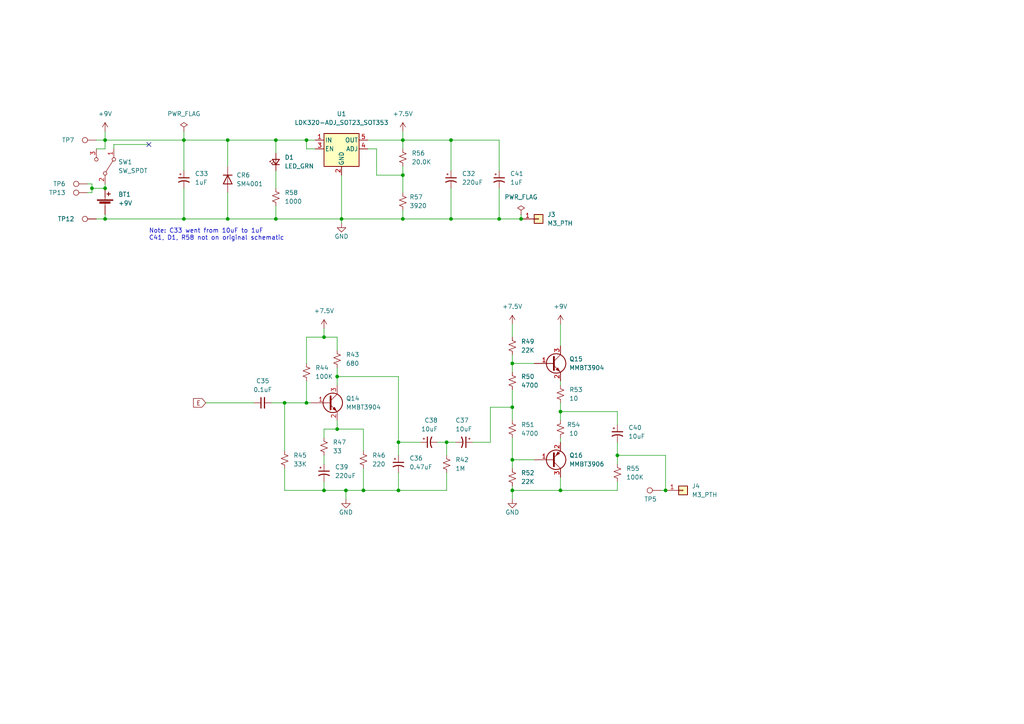
<source format=kicad_sch>
(kicad_sch (version 20211123) (generator eeschema)

  (uuid 9f9a9a17-acc5-4861-a439-066c6d0bf4e1)

  (paper "A4")

  (lib_symbols
    (symbol "Connector:TestPoint" (pin_numbers hide) (pin_names (offset 0.762) hide) (in_bom yes) (on_board yes)
      (property "Reference" "TP" (id 0) (at 0 6.858 0)
        (effects (font (size 1.27 1.27)))
      )
      (property "Value" "TestPoint" (id 1) (at 0 5.08 0)
        (effects (font (size 1.27 1.27)))
      )
      (property "Footprint" "" (id 2) (at 5.08 0 0)
        (effects (font (size 1.27 1.27)) hide)
      )
      (property "Datasheet" "~" (id 3) (at 5.08 0 0)
        (effects (font (size 1.27 1.27)) hide)
      )
      (property "ki_keywords" "test point tp" (id 4) (at 0 0 0)
        (effects (font (size 1.27 1.27)) hide)
      )
      (property "ki_description" "test point" (id 5) (at 0 0 0)
        (effects (font (size 1.27 1.27)) hide)
      )
      (property "ki_fp_filters" "Pin* Test*" (id 6) (at 0 0 0)
        (effects (font (size 1.27 1.27)) hide)
      )
      (symbol "TestPoint_0_1"
        (circle (center 0 3.302) (radius 0.762)
          (stroke (width 0) (type default) (color 0 0 0 0))
          (fill (type none))
        )
      )
      (symbol "TestPoint_1_1"
        (pin passive line (at 0 0 90) (length 2.54)
          (name "1" (effects (font (size 1.27 1.27))))
          (number "1" (effects (font (size 1.27 1.27))))
        )
      )
    )
    (symbol "Connector_Generic:Conn_01x01" (pin_names (offset 1.016) hide) (in_bom yes) (on_board yes)
      (property "Reference" "J" (id 0) (at 0 2.54 0)
        (effects (font (size 1.27 1.27)))
      )
      (property "Value" "Conn_01x01" (id 1) (at 0 -2.54 0)
        (effects (font (size 1.27 1.27)))
      )
      (property "Footprint" "" (id 2) (at 0 0 0)
        (effects (font (size 1.27 1.27)) hide)
      )
      (property "Datasheet" "~" (id 3) (at 0 0 0)
        (effects (font (size 1.27 1.27)) hide)
      )
      (property "ki_keywords" "connector" (id 4) (at 0 0 0)
        (effects (font (size 1.27 1.27)) hide)
      )
      (property "ki_description" "Generic connector, single row, 01x01, script generated (kicad-library-utils/schlib/autogen/connector/)" (id 5) (at 0 0 0)
        (effects (font (size 1.27 1.27)) hide)
      )
      (property "ki_fp_filters" "Connector*:*_1x??_*" (id 6) (at 0 0 0)
        (effects (font (size 1.27 1.27)) hide)
      )
      (symbol "Conn_01x01_1_1"
        (rectangle (start -1.27 0.127) (end 0 -0.127)
          (stroke (width 0.1524) (type default) (color 0 0 0 0))
          (fill (type none))
        )
        (rectangle (start -1.27 1.27) (end 1.27 -1.27)
          (stroke (width 0.254) (type default) (color 0 0 0 0))
          (fill (type background))
        )
        (pin passive line (at -5.08 0 0) (length 3.81)
          (name "Pin_1" (effects (font (size 1.27 1.27))))
          (number "1" (effects (font (size 1.27 1.27))))
        )
      )
    )
    (symbol "Device:Battery_Cell" (pin_numbers hide) (pin_names (offset 0) hide) (in_bom yes) (on_board yes)
      (property "Reference" "BT" (id 0) (at 2.54 2.54 0)
        (effects (font (size 1.27 1.27)) (justify left))
      )
      (property "Value" "Battery_Cell" (id 1) (at 2.54 0 0)
        (effects (font (size 1.27 1.27)) (justify left))
      )
      (property "Footprint" "" (id 2) (at 0 1.524 90)
        (effects (font (size 1.27 1.27)) hide)
      )
      (property "Datasheet" "~" (id 3) (at 0 1.524 90)
        (effects (font (size 1.27 1.27)) hide)
      )
      (property "ki_keywords" "battery cell" (id 4) (at 0 0 0)
        (effects (font (size 1.27 1.27)) hide)
      )
      (property "ki_description" "Single-cell battery" (id 5) (at 0 0 0)
        (effects (font (size 1.27 1.27)) hide)
      )
      (symbol "Battery_Cell_0_1"
        (rectangle (start -2.286 1.778) (end 2.286 1.524)
          (stroke (width 0) (type default) (color 0 0 0 0))
          (fill (type outline))
        )
        (rectangle (start -1.5748 1.1938) (end 1.4732 0.6858)
          (stroke (width 0) (type default) (color 0 0 0 0))
          (fill (type outline))
        )
        (polyline
          (pts
            (xy 0 0.762)
            (xy 0 0)
          )
          (stroke (width 0) (type default) (color 0 0 0 0))
          (fill (type none))
        )
        (polyline
          (pts
            (xy 0 1.778)
            (xy 0 2.54)
          )
          (stroke (width 0) (type default) (color 0 0 0 0))
          (fill (type none))
        )
        (polyline
          (pts
            (xy 0.508 3.429)
            (xy 1.524 3.429)
          )
          (stroke (width 0.254) (type default) (color 0 0 0 0))
          (fill (type none))
        )
        (polyline
          (pts
            (xy 1.016 3.937)
            (xy 1.016 2.921)
          )
          (stroke (width 0.254) (type default) (color 0 0 0 0))
          (fill (type none))
        )
      )
      (symbol "Battery_Cell_1_1"
        (pin passive line (at 0 5.08 270) (length 2.54)
          (name "+" (effects (font (size 1.27 1.27))))
          (number "1" (effects (font (size 1.27 1.27))))
        )
        (pin passive line (at 0 -2.54 90) (length 2.54)
          (name "-" (effects (font (size 1.27 1.27))))
          (number "2" (effects (font (size 1.27 1.27))))
        )
      )
    )
    (symbol "Device:C_Polarized_Small_US" (pin_numbers hide) (pin_names (offset 0.254) hide) (in_bom yes) (on_board yes)
      (property "Reference" "C" (id 0) (at 0.254 1.778 0)
        (effects (font (size 1.27 1.27)) (justify left))
      )
      (property "Value" "C_Polarized_Small_US" (id 1) (at 0.254 -2.032 0)
        (effects (font (size 1.27 1.27)) (justify left))
      )
      (property "Footprint" "" (id 2) (at 0 0 0)
        (effects (font (size 1.27 1.27)) hide)
      )
      (property "Datasheet" "~" (id 3) (at 0 0 0)
        (effects (font (size 1.27 1.27)) hide)
      )
      (property "ki_keywords" "cap capacitor" (id 4) (at 0 0 0)
        (effects (font (size 1.27 1.27)) hide)
      )
      (property "ki_description" "Polarized capacitor, small US symbol" (id 5) (at 0 0 0)
        (effects (font (size 1.27 1.27)) hide)
      )
      (property "ki_fp_filters" "CP_*" (id 6) (at 0 0 0)
        (effects (font (size 1.27 1.27)) hide)
      )
      (symbol "C_Polarized_Small_US_0_1"
        (polyline
          (pts
            (xy -1.524 0.508)
            (xy 1.524 0.508)
          )
          (stroke (width 0.3048) (type default) (color 0 0 0 0))
          (fill (type none))
        )
        (polyline
          (pts
            (xy -1.27 1.524)
            (xy -0.762 1.524)
          )
          (stroke (width 0) (type default) (color 0 0 0 0))
          (fill (type none))
        )
        (polyline
          (pts
            (xy -1.016 1.27)
            (xy -1.016 1.778)
          )
          (stroke (width 0) (type default) (color 0 0 0 0))
          (fill (type none))
        )
        (arc (start 1.524 -0.762) (mid 0 -0.3734) (end -1.524 -0.762)
          (stroke (width 0.3048) (type default) (color 0 0 0 0))
          (fill (type none))
        )
      )
      (symbol "C_Polarized_Small_US_1_1"
        (pin passive line (at 0 2.54 270) (length 2.032)
          (name "~" (effects (font (size 1.27 1.27))))
          (number "1" (effects (font (size 1.27 1.27))))
        )
        (pin passive line (at 0 -2.54 90) (length 2.032)
          (name "~" (effects (font (size 1.27 1.27))))
          (number "2" (effects (font (size 1.27 1.27))))
        )
      )
    )
    (symbol "Device:C_Small" (pin_numbers hide) (pin_names (offset 0.254) hide) (in_bom yes) (on_board yes)
      (property "Reference" "C" (id 0) (at 0.254 1.778 0)
        (effects (font (size 1.27 1.27)) (justify left))
      )
      (property "Value" "C_Small" (id 1) (at 0.254 -2.032 0)
        (effects (font (size 1.27 1.27)) (justify left))
      )
      (property "Footprint" "" (id 2) (at 0 0 0)
        (effects (font (size 1.27 1.27)) hide)
      )
      (property "Datasheet" "~" (id 3) (at 0 0 0)
        (effects (font (size 1.27 1.27)) hide)
      )
      (property "ki_keywords" "capacitor cap" (id 4) (at 0 0 0)
        (effects (font (size 1.27 1.27)) hide)
      )
      (property "ki_description" "Unpolarized capacitor, small symbol" (id 5) (at 0 0 0)
        (effects (font (size 1.27 1.27)) hide)
      )
      (property "ki_fp_filters" "C_*" (id 6) (at 0 0 0)
        (effects (font (size 1.27 1.27)) hide)
      )
      (symbol "C_Small_0_1"
        (polyline
          (pts
            (xy -1.524 -0.508)
            (xy 1.524 -0.508)
          )
          (stroke (width 0.3302) (type default) (color 0 0 0 0))
          (fill (type none))
        )
        (polyline
          (pts
            (xy -1.524 0.508)
            (xy 1.524 0.508)
          )
          (stroke (width 0.3048) (type default) (color 0 0 0 0))
          (fill (type none))
        )
      )
      (symbol "C_Small_1_1"
        (pin passive line (at 0 2.54 270) (length 2.032)
          (name "~" (effects (font (size 1.27 1.27))))
          (number "1" (effects (font (size 1.27 1.27))))
        )
        (pin passive line (at 0 -2.54 90) (length 2.032)
          (name "~" (effects (font (size 1.27 1.27))))
          (number "2" (effects (font (size 1.27 1.27))))
        )
      )
    )
    (symbol "Device:LED_Small" (pin_numbers hide) (pin_names (offset 0.254) hide) (in_bom yes) (on_board yes)
      (property "Reference" "D" (id 0) (at -1.27 3.175 0)
        (effects (font (size 1.27 1.27)) (justify left))
      )
      (property "Value" "LED_Small" (id 1) (at -4.445 -2.54 0)
        (effects (font (size 1.27 1.27)) (justify left))
      )
      (property "Footprint" "" (id 2) (at 0 0 90)
        (effects (font (size 1.27 1.27)) hide)
      )
      (property "Datasheet" "~" (id 3) (at 0 0 90)
        (effects (font (size 1.27 1.27)) hide)
      )
      (property "ki_keywords" "LED diode light-emitting-diode" (id 4) (at 0 0 0)
        (effects (font (size 1.27 1.27)) hide)
      )
      (property "ki_description" "Light emitting diode, small symbol" (id 5) (at 0 0 0)
        (effects (font (size 1.27 1.27)) hide)
      )
      (property "ki_fp_filters" "LED* LED_SMD:* LED_THT:*" (id 6) (at 0 0 0)
        (effects (font (size 1.27 1.27)) hide)
      )
      (symbol "LED_Small_0_1"
        (polyline
          (pts
            (xy -0.762 -1.016)
            (xy -0.762 1.016)
          )
          (stroke (width 0.254) (type default) (color 0 0 0 0))
          (fill (type none))
        )
        (polyline
          (pts
            (xy 1.016 0)
            (xy -0.762 0)
          )
          (stroke (width 0) (type default) (color 0 0 0 0))
          (fill (type none))
        )
        (polyline
          (pts
            (xy 0.762 -1.016)
            (xy -0.762 0)
            (xy 0.762 1.016)
            (xy 0.762 -1.016)
          )
          (stroke (width 0.254) (type default) (color 0 0 0 0))
          (fill (type none))
        )
        (polyline
          (pts
            (xy 0 0.762)
            (xy -0.508 1.27)
            (xy -0.254 1.27)
            (xy -0.508 1.27)
            (xy -0.508 1.016)
          )
          (stroke (width 0) (type default) (color 0 0 0 0))
          (fill (type none))
        )
        (polyline
          (pts
            (xy 0.508 1.27)
            (xy 0 1.778)
            (xy 0.254 1.778)
            (xy 0 1.778)
            (xy 0 1.524)
          )
          (stroke (width 0) (type default) (color 0 0 0 0))
          (fill (type none))
        )
      )
      (symbol "LED_Small_1_1"
        (pin passive line (at -2.54 0 0) (length 1.778)
          (name "K" (effects (font (size 1.27 1.27))))
          (number "1" (effects (font (size 1.27 1.27))))
        )
        (pin passive line (at 2.54 0 180) (length 1.778)
          (name "A" (effects (font (size 1.27 1.27))))
          (number "2" (effects (font (size 1.27 1.27))))
        )
      )
    )
    (symbol "Device:R_Small_US" (pin_numbers hide) (pin_names (offset 0.254) hide) (in_bom yes) (on_board yes)
      (property "Reference" "R" (id 0) (at 0.762 0.508 0)
        (effects (font (size 1.27 1.27)) (justify left))
      )
      (property "Value" "R_Small_US" (id 1) (at 0.762 -1.016 0)
        (effects (font (size 1.27 1.27)) (justify left))
      )
      (property "Footprint" "" (id 2) (at 0 0 0)
        (effects (font (size 1.27 1.27)) hide)
      )
      (property "Datasheet" "~" (id 3) (at 0 0 0)
        (effects (font (size 1.27 1.27)) hide)
      )
      (property "ki_keywords" "r resistor" (id 4) (at 0 0 0)
        (effects (font (size 1.27 1.27)) hide)
      )
      (property "ki_description" "Resistor, small US symbol" (id 5) (at 0 0 0)
        (effects (font (size 1.27 1.27)) hide)
      )
      (property "ki_fp_filters" "R_*" (id 6) (at 0 0 0)
        (effects (font (size 1.27 1.27)) hide)
      )
      (symbol "R_Small_US_1_1"
        (polyline
          (pts
            (xy 0 0)
            (xy 1.016 -0.381)
            (xy 0 -0.762)
            (xy -1.016 -1.143)
            (xy 0 -1.524)
          )
          (stroke (width 0) (type default) (color 0 0 0 0))
          (fill (type none))
        )
        (polyline
          (pts
            (xy 0 1.524)
            (xy 1.016 1.143)
            (xy 0 0.762)
            (xy -1.016 0.381)
            (xy 0 0)
          )
          (stroke (width 0) (type default) (color 0 0 0 0))
          (fill (type none))
        )
        (pin passive line (at 0 2.54 270) (length 1.016)
          (name "~" (effects (font (size 1.27 1.27))))
          (number "1" (effects (font (size 1.27 1.27))))
        )
        (pin passive line (at 0 -2.54 90) (length 1.016)
          (name "~" (effects (font (size 1.27 1.27))))
          (number "2" (effects (font (size 1.27 1.27))))
        )
      )
    )
    (symbol "Diode:SM4001" (pin_numbers hide) (pin_names (offset 1.016) hide) (in_bom yes) (on_board yes)
      (property "Reference" "D" (id 0) (at 0 2.54 0)
        (effects (font (size 1.27 1.27)))
      )
      (property "Value" "SM4001" (id 1) (at 0 -2.54 0)
        (effects (font (size 1.27 1.27)))
      )
      (property "Footprint" "Diode_SMD:D_MELF" (id 2) (at 0 -4.445 0)
        (effects (font (size 1.27 1.27)) hide)
      )
      (property "Datasheet" "http://cdn-reichelt.de/documents/datenblatt/A400/SMD1N400%23DIO.pdf" (id 3) (at 0 0 0)
        (effects (font (size 1.27 1.27)) hide)
      )
      (property "ki_keywords" "diode" (id 4) (at 0 0 0)
        (effects (font (size 1.27 1.27)) hide)
      )
      (property "ki_description" "50V 1A General Purpose Rectifier Diode, MELF" (id 5) (at 0 0 0)
        (effects (font (size 1.27 1.27)) hide)
      )
      (property "ki_fp_filters" "D*MELF*" (id 6) (at 0 0 0)
        (effects (font (size 1.27 1.27)) hide)
      )
      (symbol "SM4001_0_1"
        (polyline
          (pts
            (xy -1.27 1.27)
            (xy -1.27 -1.27)
          )
          (stroke (width 0.254) (type default) (color 0 0 0 0))
          (fill (type none))
        )
        (polyline
          (pts
            (xy 1.27 0)
            (xy -1.27 0)
          )
          (stroke (width 0) (type default) (color 0 0 0 0))
          (fill (type none))
        )
        (polyline
          (pts
            (xy 1.27 1.27)
            (xy 1.27 -1.27)
            (xy -1.27 0)
            (xy 1.27 1.27)
          )
          (stroke (width 0.254) (type default) (color 0 0 0 0))
          (fill (type none))
        )
      )
      (symbol "SM4001_1_1"
        (pin passive line (at -3.81 0 0) (length 2.54)
          (name "K" (effects (font (size 1.27 1.27))))
          (number "1" (effects (font (size 1.27 1.27))))
        )
        (pin passive line (at 3.81 0 180) (length 2.54)
          (name "A" (effects (font (size 1.27 1.27))))
          (number "2" (effects (font (size 1.27 1.27))))
        )
      )
    )
    (symbol "Regulator_Linear:LDK130-ADJ_SOT23_SOT353" (pin_names (offset 0.254)) (in_bom yes) (on_board yes)
      (property "Reference" "U" (id 0) (at -3.81 5.715 0)
        (effects (font (size 1.27 1.27)))
      )
      (property "Value" "LDK130-ADJ_SOT23_SOT353" (id 1) (at 0 5.715 0)
        (effects (font (size 1.27 1.27)) (justify left))
      )
      (property "Footprint" "" (id 2) (at 0 8.255 0)
        (effects (font (size 1.27 1.27)) hide)
      )
      (property "Datasheet" "http://www.st.com/content/ccc/resource/technical/document/datasheet/29/10/f7/87/2f/66/47/f4/DM00076097.pdf/files/DM00076097.pdf/jcr:content/translations/en.DM00076097.pdf" (id 3) (at 0 0 0)
        (effects (font (size 1.27 1.27)) hide)
      )
      (property "ki_keywords" "linear regulator ldo adjustable positive low noise low quienscent current" (id 4) (at 0 0 0)
        (effects (font (size 1.27 1.27)) hide)
      )
      (property "ki_description" "300mA low dropout linear regulator, low quiescent current very, low noise, shutdown pin, adjustable positive output, SOT-23-5/SOT-353-5/SC-70-5" (id 5) (at 0 0 0)
        (effects (font (size 1.27 1.27)) hide)
      )
      (property "ki_fp_filters" "SOT?23* SOT?353* *SC?70*" (id 6) (at 0 0 0)
        (effects (font (size 1.27 1.27)) hide)
      )
      (symbol "LDK130-ADJ_SOT23_SOT353_0_1"
        (rectangle (start -5.08 4.445) (end 5.08 -5.08)
          (stroke (width 0.254) (type default) (color 0 0 0 0))
          (fill (type background))
        )
      )
      (symbol "LDK130-ADJ_SOT23_SOT353_1_1"
        (pin power_in line (at -7.62 2.54 0) (length 2.54)
          (name "IN" (effects (font (size 1.27 1.27))))
          (number "1" (effects (font (size 1.27 1.27))))
        )
        (pin power_in line (at 0 -7.62 90) (length 2.54)
          (name "GND" (effects (font (size 1.27 1.27))))
          (number "2" (effects (font (size 1.27 1.27))))
        )
        (pin input line (at -7.62 0 0) (length 2.54)
          (name "EN" (effects (font (size 1.27 1.27))))
          (number "3" (effects (font (size 1.27 1.27))))
        )
        (pin input line (at 7.62 0 180) (length 2.54)
          (name "ADJ" (effects (font (size 1.27 1.27))))
          (number "4" (effects (font (size 1.27 1.27))))
        )
        (pin power_out line (at 7.62 2.54 180) (length 2.54)
          (name "OUT" (effects (font (size 1.27 1.27))))
          (number "5" (effects (font (size 1.27 1.27))))
        )
      )
    )
    (symbol "Switch:SW_SPDT" (pin_names (offset 0) hide) (in_bom yes) (on_board yes)
      (property "Reference" "SW" (id 0) (at 0 4.318 0)
        (effects (font (size 1.27 1.27)))
      )
      (property "Value" "SW_SPDT" (id 1) (at 0 -5.08 0)
        (effects (font (size 1.27 1.27)))
      )
      (property "Footprint" "" (id 2) (at 0 0 0)
        (effects (font (size 1.27 1.27)) hide)
      )
      (property "Datasheet" "~" (id 3) (at 0 0 0)
        (effects (font (size 1.27 1.27)) hide)
      )
      (property "ki_keywords" "switch single-pole double-throw spdt ON-ON" (id 4) (at 0 0 0)
        (effects (font (size 1.27 1.27)) hide)
      )
      (property "ki_description" "Switch, single pole double throw" (id 5) (at 0 0 0)
        (effects (font (size 1.27 1.27)) hide)
      )
      (symbol "SW_SPDT_0_0"
        (circle (center -2.032 0) (radius 0.508)
          (stroke (width 0) (type default) (color 0 0 0 0))
          (fill (type none))
        )
        (circle (center 2.032 -2.54) (radius 0.508)
          (stroke (width 0) (type default) (color 0 0 0 0))
          (fill (type none))
        )
      )
      (symbol "SW_SPDT_0_1"
        (polyline
          (pts
            (xy -1.524 0.254)
            (xy 1.651 2.286)
          )
          (stroke (width 0) (type default) (color 0 0 0 0))
          (fill (type none))
        )
        (circle (center 2.032 2.54) (radius 0.508)
          (stroke (width 0) (type default) (color 0 0 0 0))
          (fill (type none))
        )
      )
      (symbol "SW_SPDT_1_1"
        (pin passive line (at 5.08 2.54 180) (length 2.54)
          (name "A" (effects (font (size 1.27 1.27))))
          (number "1" (effects (font (size 1.27 1.27))))
        )
        (pin passive line (at -5.08 0 0) (length 2.54)
          (name "B" (effects (font (size 1.27 1.27))))
          (number "2" (effects (font (size 1.27 1.27))))
        )
        (pin passive line (at 5.08 -2.54 180) (length 2.54)
          (name "C" (effects (font (size 1.27 1.27))))
          (number "3" (effects (font (size 1.27 1.27))))
        )
      )
    )
    (symbol "Transistor_BJT:MMBT3904" (pin_names (offset 0) hide) (in_bom yes) (on_board yes)
      (property "Reference" "Q" (id 0) (at 5.08 1.905 0)
        (effects (font (size 1.27 1.27)) (justify left))
      )
      (property "Value" "MMBT3904" (id 1) (at 5.08 0 0)
        (effects (font (size 1.27 1.27)) (justify left))
      )
      (property "Footprint" "Package_TO_SOT_SMD:SOT-23" (id 2) (at 5.08 -1.905 0)
        (effects (font (size 1.27 1.27) italic) (justify left) hide)
      )
      (property "Datasheet" "https://www.onsemi.com/pub/Collateral/2N3903-D.PDF" (id 3) (at 0 0 0)
        (effects (font (size 1.27 1.27)) (justify left) hide)
      )
      (property "ki_keywords" "NPN Transistor" (id 4) (at 0 0 0)
        (effects (font (size 1.27 1.27)) hide)
      )
      (property "ki_description" "0.2A Ic, 40V Vce, Small Signal NPN Transistor, SOT-23" (id 5) (at 0 0 0)
        (effects (font (size 1.27 1.27)) hide)
      )
      (property "ki_fp_filters" "SOT?23*" (id 6) (at 0 0 0)
        (effects (font (size 1.27 1.27)) hide)
      )
      (symbol "MMBT3904_0_1"
        (polyline
          (pts
            (xy 0.635 0.635)
            (xy 2.54 2.54)
          )
          (stroke (width 0) (type default) (color 0 0 0 0))
          (fill (type none))
        )
        (polyline
          (pts
            (xy 0.635 -0.635)
            (xy 2.54 -2.54)
            (xy 2.54 -2.54)
          )
          (stroke (width 0) (type default) (color 0 0 0 0))
          (fill (type none))
        )
        (polyline
          (pts
            (xy 0.635 1.905)
            (xy 0.635 -1.905)
            (xy 0.635 -1.905)
          )
          (stroke (width 0.508) (type default) (color 0 0 0 0))
          (fill (type none))
        )
        (polyline
          (pts
            (xy 1.27 -1.778)
            (xy 1.778 -1.27)
            (xy 2.286 -2.286)
            (xy 1.27 -1.778)
            (xy 1.27 -1.778)
          )
          (stroke (width 0) (type default) (color 0 0 0 0))
          (fill (type outline))
        )
        (circle (center 1.27 0) (radius 2.8194)
          (stroke (width 0.254) (type default) (color 0 0 0 0))
          (fill (type none))
        )
      )
      (symbol "MMBT3904_1_1"
        (pin input line (at -5.08 0 0) (length 5.715)
          (name "B" (effects (font (size 1.27 1.27))))
          (number "1" (effects (font (size 1.27 1.27))))
        )
        (pin passive line (at 2.54 -5.08 90) (length 2.54)
          (name "E" (effects (font (size 1.27 1.27))))
          (number "2" (effects (font (size 1.27 1.27))))
        )
        (pin passive line (at 2.54 5.08 270) (length 2.54)
          (name "C" (effects (font (size 1.27 1.27))))
          (number "3" (effects (font (size 1.27 1.27))))
        )
      )
    )
    (symbol "Transistor_BJT:MMBT3906" (pin_names (offset 0) hide) (in_bom yes) (on_board yes)
      (property "Reference" "Q" (id 0) (at 5.08 1.905 0)
        (effects (font (size 1.27 1.27)) (justify left))
      )
      (property "Value" "MMBT3906" (id 1) (at 5.08 0 0)
        (effects (font (size 1.27 1.27)) (justify left))
      )
      (property "Footprint" "Package_TO_SOT_SMD:SOT-23" (id 2) (at 5.08 -1.905 0)
        (effects (font (size 1.27 1.27) italic) (justify left) hide)
      )
      (property "Datasheet" "https://www.onsemi.com/pub/Collateral/2N3906-D.PDF" (id 3) (at 0 0 0)
        (effects (font (size 1.27 1.27)) (justify left) hide)
      )
      (property "ki_keywords" "PNP Transistor" (id 4) (at 0 0 0)
        (effects (font (size 1.27 1.27)) hide)
      )
      (property "ki_description" "-0.2A Ic, -40V Vce, Small Signal PNP Transistor, SOT-23" (id 5) (at 0 0 0)
        (effects (font (size 1.27 1.27)) hide)
      )
      (property "ki_fp_filters" "SOT?23*" (id 6) (at 0 0 0)
        (effects (font (size 1.27 1.27)) hide)
      )
      (symbol "MMBT3906_0_1"
        (polyline
          (pts
            (xy 0.635 0.635)
            (xy 2.54 2.54)
          )
          (stroke (width 0) (type default) (color 0 0 0 0))
          (fill (type none))
        )
        (polyline
          (pts
            (xy 0.635 -0.635)
            (xy 2.54 -2.54)
            (xy 2.54 -2.54)
          )
          (stroke (width 0) (type default) (color 0 0 0 0))
          (fill (type none))
        )
        (polyline
          (pts
            (xy 0.635 1.905)
            (xy 0.635 -1.905)
            (xy 0.635 -1.905)
          )
          (stroke (width 0.508) (type default) (color 0 0 0 0))
          (fill (type none))
        )
        (polyline
          (pts
            (xy 2.286 -1.778)
            (xy 1.778 -2.286)
            (xy 1.27 -1.27)
            (xy 2.286 -1.778)
            (xy 2.286 -1.778)
          )
          (stroke (width 0) (type default) (color 0 0 0 0))
          (fill (type outline))
        )
        (circle (center 1.27 0) (radius 2.8194)
          (stroke (width 0.254) (type default) (color 0 0 0 0))
          (fill (type none))
        )
      )
      (symbol "MMBT3906_1_1"
        (pin input line (at -5.08 0 0) (length 5.715)
          (name "B" (effects (font (size 1.27 1.27))))
          (number "1" (effects (font (size 1.27 1.27))))
        )
        (pin passive line (at 2.54 -5.08 90) (length 2.54)
          (name "E" (effects (font (size 1.27 1.27))))
          (number "2" (effects (font (size 1.27 1.27))))
        )
        (pin passive line (at 2.54 5.08 270) (length 2.54)
          (name "C" (effects (font (size 1.27 1.27))))
          (number "3" (effects (font (size 1.27 1.27))))
        )
      )
    )
    (symbol "power:+7.5V" (power) (pin_names (offset 0)) (in_bom yes) (on_board yes)
      (property "Reference" "#PWR" (id 0) (at 0 -3.81 0)
        (effects (font (size 1.27 1.27)) hide)
      )
      (property "Value" "+7.5V" (id 1) (at 0 3.556 0)
        (effects (font (size 1.27 1.27)))
      )
      (property "Footprint" "" (id 2) (at 0 0 0)
        (effects (font (size 1.27 1.27)) hide)
      )
      (property "Datasheet" "" (id 3) (at 0 0 0)
        (effects (font (size 1.27 1.27)) hide)
      )
      (property "ki_keywords" "power-flag" (id 4) (at 0 0 0)
        (effects (font (size 1.27 1.27)) hide)
      )
      (property "ki_description" "Power symbol creates a global label with name \"+7.5V\"" (id 5) (at 0 0 0)
        (effects (font (size 1.27 1.27)) hide)
      )
      (symbol "+7.5V_0_1"
        (polyline
          (pts
            (xy -0.762 1.27)
            (xy 0 2.54)
          )
          (stroke (width 0) (type default) (color 0 0 0 0))
          (fill (type none))
        )
        (polyline
          (pts
            (xy 0 0)
            (xy 0 2.54)
          )
          (stroke (width 0) (type default) (color 0 0 0 0))
          (fill (type none))
        )
        (polyline
          (pts
            (xy 0 2.54)
            (xy 0.762 1.27)
          )
          (stroke (width 0) (type default) (color 0 0 0 0))
          (fill (type none))
        )
      )
      (symbol "+7.5V_1_1"
        (pin power_in line (at 0 0 90) (length 0) hide
          (name "+7.5V" (effects (font (size 1.27 1.27))))
          (number "1" (effects (font (size 1.27 1.27))))
        )
      )
    )
    (symbol "power:+9V" (power) (pin_names (offset 0)) (in_bom yes) (on_board yes)
      (property "Reference" "#PWR" (id 0) (at 0 -3.81 0)
        (effects (font (size 1.27 1.27)) hide)
      )
      (property "Value" "+9V" (id 1) (at 0 3.556 0)
        (effects (font (size 1.27 1.27)))
      )
      (property "Footprint" "" (id 2) (at 0 0 0)
        (effects (font (size 1.27 1.27)) hide)
      )
      (property "Datasheet" "" (id 3) (at 0 0 0)
        (effects (font (size 1.27 1.27)) hide)
      )
      (property "ki_keywords" "power-flag" (id 4) (at 0 0 0)
        (effects (font (size 1.27 1.27)) hide)
      )
      (property "ki_description" "Power symbol creates a global label with name \"+9V\"" (id 5) (at 0 0 0)
        (effects (font (size 1.27 1.27)) hide)
      )
      (symbol "+9V_0_1"
        (polyline
          (pts
            (xy -0.762 1.27)
            (xy 0 2.54)
          )
          (stroke (width 0) (type default) (color 0 0 0 0))
          (fill (type none))
        )
        (polyline
          (pts
            (xy 0 0)
            (xy 0 2.54)
          )
          (stroke (width 0) (type default) (color 0 0 0 0))
          (fill (type none))
        )
        (polyline
          (pts
            (xy 0 2.54)
            (xy 0.762 1.27)
          )
          (stroke (width 0) (type default) (color 0 0 0 0))
          (fill (type none))
        )
      )
      (symbol "+9V_1_1"
        (pin power_in line (at 0 0 90) (length 0) hide
          (name "+9V" (effects (font (size 1.27 1.27))))
          (number "1" (effects (font (size 1.27 1.27))))
        )
      )
    )
    (symbol "power:GND" (power) (pin_names (offset 0)) (in_bom yes) (on_board yes)
      (property "Reference" "#PWR" (id 0) (at 0 -6.35 0)
        (effects (font (size 1.27 1.27)) hide)
      )
      (property "Value" "GND" (id 1) (at 0 -3.81 0)
        (effects (font (size 1.27 1.27)))
      )
      (property "Footprint" "" (id 2) (at 0 0 0)
        (effects (font (size 1.27 1.27)) hide)
      )
      (property "Datasheet" "" (id 3) (at 0 0 0)
        (effects (font (size 1.27 1.27)) hide)
      )
      (property "ki_keywords" "power-flag" (id 4) (at 0 0 0)
        (effects (font (size 1.27 1.27)) hide)
      )
      (property "ki_description" "Power symbol creates a global label with name \"GND\" , ground" (id 5) (at 0 0 0)
        (effects (font (size 1.27 1.27)) hide)
      )
      (symbol "GND_0_1"
        (polyline
          (pts
            (xy 0 0)
            (xy 0 -1.27)
            (xy 1.27 -1.27)
            (xy 0 -2.54)
            (xy -1.27 -1.27)
            (xy 0 -1.27)
          )
          (stroke (width 0) (type default) (color 0 0 0 0))
          (fill (type none))
        )
      )
      (symbol "GND_1_1"
        (pin power_in line (at 0 0 270) (length 0) hide
          (name "GND" (effects (font (size 1.27 1.27))))
          (number "1" (effects (font (size 1.27 1.27))))
        )
      )
    )
    (symbol "power:PWR_FLAG" (power) (pin_numbers hide) (pin_names (offset 0) hide) (in_bom yes) (on_board yes)
      (property "Reference" "#FLG" (id 0) (at 0 1.905 0)
        (effects (font (size 1.27 1.27)) hide)
      )
      (property "Value" "PWR_FLAG" (id 1) (at 0 3.81 0)
        (effects (font (size 1.27 1.27)))
      )
      (property "Footprint" "" (id 2) (at 0 0 0)
        (effects (font (size 1.27 1.27)) hide)
      )
      (property "Datasheet" "~" (id 3) (at 0 0 0)
        (effects (font (size 1.27 1.27)) hide)
      )
      (property "ki_keywords" "power-flag" (id 4) (at 0 0 0)
        (effects (font (size 1.27 1.27)) hide)
      )
      (property "ki_description" "Special symbol for telling ERC where power comes from" (id 5) (at 0 0 0)
        (effects (font (size 1.27 1.27)) hide)
      )
      (symbol "PWR_FLAG_0_0"
        (pin power_out line (at 0 0 90) (length 0)
          (name "pwr" (effects (font (size 1.27 1.27))))
          (number "1" (effects (font (size 1.27 1.27))))
        )
      )
      (symbol "PWR_FLAG_0_1"
        (polyline
          (pts
            (xy 0 0)
            (xy 0 1.27)
            (xy -1.016 1.905)
            (xy 0 2.54)
            (xy 1.016 1.905)
            (xy 0 1.27)
          )
          (stroke (width 0) (type default) (color 0 0 0 0))
          (fill (type none))
        )
      )
    )
  )

  (junction (at 26.67 54.61) (diameter 0) (color 0 0 0 0)
    (uuid 045a79ca-de13-4ed2-bd92-dfcba04a1816)
  )
  (junction (at 115.57 128.27) (diameter 0) (color 0 0 0 0)
    (uuid 0ab4bead-196b-4a3d-8f4c-ff71137c8dab)
  )
  (junction (at 82.55 116.84) (diameter 0) (color 0 0 0 0)
    (uuid 27149515-37ac-4733-8c9e-2d4fa5185b25)
  )
  (junction (at 116.84 50.8) (diameter 0) (color 0 0 0 0)
    (uuid 2f60169a-ed5b-42bc-8ce8-947370c51686)
  )
  (junction (at 162.56 142.24) (diameter 0) (color 0 0 0 0)
    (uuid 2f832877-7b8b-4c6e-92c8-56bbac44eee2)
  )
  (junction (at 97.79 109.22) (diameter 0) (color 0 0 0 0)
    (uuid 42786bfa-38f5-458d-8289-53e4c4e5caa4)
  )
  (junction (at 99.06 63.5) (diameter 0) (color 0 0 0 0)
    (uuid 46b76997-5e46-46d1-b6e2-3f710394e26b)
  )
  (junction (at 129.54 128.27) (diameter 0) (color 0 0 0 0)
    (uuid 48ce6709-dc22-4932-b6de-e71c02df2679)
  )
  (junction (at 116.84 63.5) (diameter 0) (color 0 0 0 0)
    (uuid 4be1cea0-3702-4448-9b03-1cb4060c0494)
  )
  (junction (at 30.48 63.5) (diameter 0) (color 0 0 0 0)
    (uuid 4c7a9d02-0769-4368-b2d6-4526b13f6258)
  )
  (junction (at 30.48 54.61) (diameter 0) (color 0 0 0 0)
    (uuid 4ca8c88a-3ff0-4889-99df-3fb38346b1d0)
  )
  (junction (at 116.84 40.64) (diameter 0) (color 0 0 0 0)
    (uuid 567f902b-32bb-47fa-8a91-0a7923a30ccf)
  )
  (junction (at 97.79 124.46) (diameter 0) (color 0 0 0 0)
    (uuid 5a7c52a9-0b21-4dbf-aa4e-b64023c410c0)
  )
  (junction (at 30.48 40.64) (diameter 0) (color 0 0 0 0)
    (uuid 6072e704-b486-4ff3-8502-381633763599)
  )
  (junction (at 93.98 142.24) (diameter 0) (color 0 0 0 0)
    (uuid 642ae97e-02a6-48b9-8c8d-990d0c5c901d)
  )
  (junction (at 53.34 40.64) (diameter 0) (color 0 0 0 0)
    (uuid 678125bc-277b-49d9-b76c-37dbb016d095)
  )
  (junction (at 100.33 142.24) (diameter 0) (color 0 0 0 0)
    (uuid 688208d1-d683-43e6-a449-3398e15d68d7)
  )
  (junction (at 66.04 63.5) (diameter 0) (color 0 0 0 0)
    (uuid 6c08756d-3697-4df2-aa63-9384d8b511d7)
  )
  (junction (at 148.59 133.35) (diameter 0) (color 0 0 0 0)
    (uuid 6e221c10-f81e-4d17-a7b2-c751661fe105)
  )
  (junction (at 148.59 142.24) (diameter 0) (color 0 0 0 0)
    (uuid 6fc5e8bf-bc15-4cc5-bf67-100f71e7de37)
  )
  (junction (at 148.59 118.11) (diameter 0) (color 0 0 0 0)
    (uuid 72ed888d-88f2-4d05-a2f9-fff64bca58c4)
  )
  (junction (at 88.9 40.64) (diameter 0) (color 0 0 0 0)
    (uuid 7cd5bd02-3f30-4935-8726-ad109ba3e719)
  )
  (junction (at 130.81 40.64) (diameter 0) (color 0 0 0 0)
    (uuid 7dc53260-0156-468e-939c-5af016a722e2)
  )
  (junction (at 162.56 119.38) (diameter 0) (color 0 0 0 0)
    (uuid 82632ae6-0f1a-44ec-9336-027e30bbdafc)
  )
  (junction (at 53.34 63.5) (diameter 0) (color 0 0 0 0)
    (uuid a19b37ef-071e-4296-b939-6a529060d93b)
  )
  (junction (at 144.78 63.5) (diameter 0) (color 0 0 0 0)
    (uuid a1bcaca8-b71f-44b7-a8bd-31c66dc1d536)
  )
  (junction (at 179.07 132.08) (diameter 0) (color 0 0 0 0)
    (uuid a8cdd6eb-9cda-4879-8cd6-cb36741160c3)
  )
  (junction (at 151.13 63.5) (diameter 0) (color 0 0 0 0)
    (uuid b49d9b98-8442-4a2a-9d79-9174bc1138de)
  )
  (junction (at 93.98 97.79) (diameter 0) (color 0 0 0 0)
    (uuid b9624085-5bae-4282-9b98-3c06480479b5)
  )
  (junction (at 80.01 40.64) (diameter 0) (color 0 0 0 0)
    (uuid c13f9730-aa00-47f3-a930-9b297cc85e0b)
  )
  (junction (at 80.01 63.5) (diameter 0) (color 0 0 0 0)
    (uuid c189862a-234c-4d22-b1e8-6702e17697ff)
  )
  (junction (at 105.41 142.24) (diameter 0) (color 0 0 0 0)
    (uuid c9bcd260-9e73-4dda-8499-d4c902650193)
  )
  (junction (at 130.81 63.5) (diameter 0) (color 0 0 0 0)
    (uuid cac5034d-70f0-4056-8996-aeff387d4917)
  )
  (junction (at 66.04 40.64) (diameter 0) (color 0 0 0 0)
    (uuid d324580d-8203-4b22-9fec-1db2db8eef5e)
  )
  (junction (at 148.59 105.41) (diameter 0) (color 0 0 0 0)
    (uuid dd3e6c7c-78e0-4b66-99a0-2161884f449e)
  )
  (junction (at 88.9 116.84) (diameter 0) (color 0 0 0 0)
    (uuid e4e0cf5c-fe2d-49a2-97f0-09eb74941595)
  )
  (junction (at 115.57 142.24) (diameter 0) (color 0 0 0 0)
    (uuid edb0987e-7544-47ec-a5e8-bcf3e344ae36)
  )
  (junction (at 193.04 142.24) (diameter 0) (color 0 0 0 0)
    (uuid f4c46c06-6f4c-40a3-bd9d-536c7b360baf)
  )

  (no_connect (at 43.18 41.91) (uuid d2eb6881-6203-430d-8d6c-5dd319e8c301))

  (wire (pts (xy 144.78 54.61) (xy 144.78 63.5))
    (stroke (width 0) (type default) (color 0 0 0 0))
    (uuid 0192ab0a-0381-430a-be4e-cf936fe8c4c2)
  )
  (wire (pts (xy 30.48 43.18) (xy 30.48 40.64))
    (stroke (width 0) (type default) (color 0 0 0 0))
    (uuid 05b5a6aa-a6db-4661-8824-6ff23fb4bcd9)
  )
  (wire (pts (xy 105.41 135.89) (xy 105.41 142.24))
    (stroke (width 0) (type default) (color 0 0 0 0))
    (uuid 07c11f88-5ede-48a3-b5ad-f2741c8ee10d)
  )
  (wire (pts (xy 151.13 62.23) (xy 151.13 63.5))
    (stroke (width 0) (type default) (color 0 0 0 0))
    (uuid 0b75c5e4-26f9-46e7-b0a9-b687116461cc)
  )
  (wire (pts (xy 130.81 40.64) (xy 116.84 40.64))
    (stroke (width 0) (type default) (color 0 0 0 0))
    (uuid 0b97cc27-47e7-415f-9153-39219924bc3b)
  )
  (wire (pts (xy 148.59 113.03) (xy 148.59 118.11))
    (stroke (width 0) (type default) (color 0 0 0 0))
    (uuid 100a9b93-fae8-4c7d-a655-3f16979a2549)
  )
  (wire (pts (xy 99.06 50.8) (xy 99.06 63.5))
    (stroke (width 0) (type default) (color 0 0 0 0))
    (uuid 1097c606-93f6-40b0-abcf-6642b66691f6)
  )
  (wire (pts (xy 129.54 142.24) (xy 115.57 142.24))
    (stroke (width 0) (type default) (color 0 0 0 0))
    (uuid 14715116-c888-4b51-818b-216b88fe6909)
  )
  (wire (pts (xy 116.84 48.26) (xy 116.84 50.8))
    (stroke (width 0) (type default) (color 0 0 0 0))
    (uuid 14d6576e-a739-4f4b-877a-38d5a77b9efa)
  )
  (wire (pts (xy 53.34 40.64) (xy 53.34 49.53))
    (stroke (width 0) (type default) (color 0 0 0 0))
    (uuid 1602c48e-f8de-4de6-8d45-16c38aeae027)
  )
  (wire (pts (xy 148.59 93.98) (xy 148.59 97.79))
    (stroke (width 0) (type default) (color 0 0 0 0))
    (uuid 1bf42e4b-e837-4aee-b897-e8bd35dc0362)
  )
  (wire (pts (xy 144.78 63.5) (xy 151.13 63.5))
    (stroke (width 0) (type default) (color 0 0 0 0))
    (uuid 1c7b23f0-9753-4628-8d68-3c47d2333666)
  )
  (wire (pts (xy 109.22 50.8) (xy 116.84 50.8))
    (stroke (width 0) (type default) (color 0 0 0 0))
    (uuid 1e512da6-ca8a-443d-802d-6f94f2c76b15)
  )
  (wire (pts (xy 148.59 142.24) (xy 148.59 144.78))
    (stroke (width 0) (type default) (color 0 0 0 0))
    (uuid 1fb1f4e0-cc42-4f92-ac3e-2c0ad8e876e7)
  )
  (wire (pts (xy 115.57 109.22) (xy 115.57 128.27))
    (stroke (width 0) (type default) (color 0 0 0 0))
    (uuid 223c9c48-a1dc-4efa-820e-15d8050a88c0)
  )
  (wire (pts (xy 53.34 63.5) (xy 66.04 63.5))
    (stroke (width 0) (type default) (color 0 0 0 0))
    (uuid 2463b834-8b00-489a-a37f-262bfddfb53c)
  )
  (wire (pts (xy 30.48 63.5) (xy 53.34 63.5))
    (stroke (width 0) (type default) (color 0 0 0 0))
    (uuid 24ff7626-4a04-4594-9912-0996287962c8)
  )
  (wire (pts (xy 109.22 43.18) (xy 109.22 50.8))
    (stroke (width 0) (type default) (color 0 0 0 0))
    (uuid 25897899-d94a-4bda-8325-6d8af3085802)
  )
  (wire (pts (xy 97.79 106.68) (xy 97.79 109.22))
    (stroke (width 0) (type default) (color 0 0 0 0))
    (uuid 2801364a-2f49-4829-9636-f79af025d930)
  )
  (wire (pts (xy 30.48 38.1) (xy 30.48 40.64))
    (stroke (width 0) (type default) (color 0 0 0 0))
    (uuid 2d66671c-f5b3-46e7-bd9b-bb1a337321fc)
  )
  (wire (pts (xy 115.57 128.27) (xy 121.92 128.27))
    (stroke (width 0) (type default) (color 0 0 0 0))
    (uuid 3236ea31-d80c-4146-9cd8-2b4ca6d6e6ee)
  )
  (wire (pts (xy 115.57 137.16) (xy 115.57 142.24))
    (stroke (width 0) (type default) (color 0 0 0 0))
    (uuid 3276de71-013b-423c-a99f-26c30cced9c4)
  )
  (wire (pts (xy 129.54 128.27) (xy 132.08 128.27))
    (stroke (width 0) (type default) (color 0 0 0 0))
    (uuid 34c4e125-fa81-4474-ab81-3f2f954f9347)
  )
  (wire (pts (xy 162.56 142.24) (xy 162.56 138.43))
    (stroke (width 0) (type default) (color 0 0 0 0))
    (uuid 34eecac9-dada-4aa9-99a8-7139ee786851)
  )
  (wire (pts (xy 99.06 63.5) (xy 116.84 63.5))
    (stroke (width 0) (type default) (color 0 0 0 0))
    (uuid 35f7fd2c-ad00-41a0-82c3-bfa86f84479e)
  )
  (wire (pts (xy 148.59 105.41) (xy 148.59 107.95))
    (stroke (width 0) (type default) (color 0 0 0 0))
    (uuid 36ae598c-2b98-4491-b310-4261d4046871)
  )
  (wire (pts (xy 80.01 40.64) (xy 80.01 44.45))
    (stroke (width 0) (type default) (color 0 0 0 0))
    (uuid 38f7f9de-68fa-44bf-8942-8b8d7bd02950)
  )
  (wire (pts (xy 97.79 109.22) (xy 97.79 111.76))
    (stroke (width 0) (type default) (color 0 0 0 0))
    (uuid 392332ce-4b12-40e0-94a0-05fb4653fae8)
  )
  (wire (pts (xy 179.07 128.27) (xy 179.07 132.08))
    (stroke (width 0) (type default) (color 0 0 0 0))
    (uuid 3b91d703-c71a-4a3d-93d5-11ea5d8165ba)
  )
  (wire (pts (xy 191.77 142.24) (xy 193.04 142.24))
    (stroke (width 0) (type default) (color 0 0 0 0))
    (uuid 3be9a32c-ef9f-4fb0-b1cd-a6ad2ea37cc4)
  )
  (wire (pts (xy 90.17 116.84) (xy 88.9 116.84))
    (stroke (width 0) (type default) (color 0 0 0 0))
    (uuid 3e6c1926-0a3d-46e7-904f-95f48d890a42)
  )
  (wire (pts (xy 66.04 63.5) (xy 80.01 63.5))
    (stroke (width 0) (type default) (color 0 0 0 0))
    (uuid 3f166961-48aa-4280-9782-38bee236a6fb)
  )
  (wire (pts (xy 127 128.27) (xy 129.54 128.27))
    (stroke (width 0) (type default) (color 0 0 0 0))
    (uuid 418e8688-f2d9-4903-903d-f141d2151aa7)
  )
  (wire (pts (xy 93.98 95.25) (xy 93.98 97.79))
    (stroke (width 0) (type default) (color 0 0 0 0))
    (uuid 4a24abb7-c4b4-4cea-be9b-0076ed0b971e)
  )
  (wire (pts (xy 97.79 97.79) (xy 97.79 101.6))
    (stroke (width 0) (type default) (color 0 0 0 0))
    (uuid 4bdf09aa-3a5e-4ea3-9cdf-a7f6f17b65ac)
  )
  (wire (pts (xy 27.94 43.18) (xy 30.48 43.18))
    (stroke (width 0) (type default) (color 0 0 0 0))
    (uuid 4dd59d51-0973-49fb-9b1f-75ce1b611908)
  )
  (wire (pts (xy 162.56 116.84) (xy 162.56 119.38))
    (stroke (width 0) (type default) (color 0 0 0 0))
    (uuid 54860f97-fe29-4138-a808-5c659f651bf5)
  )
  (wire (pts (xy 115.57 142.24) (xy 105.41 142.24))
    (stroke (width 0) (type default) (color 0 0 0 0))
    (uuid 54f63f88-09b6-4a5f-9df3-9e91f1df6dc7)
  )
  (wire (pts (xy 154.94 105.41) (xy 148.59 105.41))
    (stroke (width 0) (type default) (color 0 0 0 0))
    (uuid 59dbb0ba-1312-4312-a371-f7c314315c22)
  )
  (wire (pts (xy 116.84 40.64) (xy 116.84 43.18))
    (stroke (width 0) (type default) (color 0 0 0 0))
    (uuid 5a82afe6-4a5a-4a13-8e84-1b98762ad67a)
  )
  (wire (pts (xy 25.4 53.34) (xy 26.67 53.34))
    (stroke (width 0) (type default) (color 0 0 0 0))
    (uuid 5cc9a4de-ecea-4a6c-a88d-5167e6413e23)
  )
  (wire (pts (xy 26.67 54.61) (xy 26.67 55.88))
    (stroke (width 0) (type default) (color 0 0 0 0))
    (uuid 6495d36b-05f9-4276-a863-b6fcb5f84d8c)
  )
  (wire (pts (xy 105.41 142.24) (xy 100.33 142.24))
    (stroke (width 0) (type default) (color 0 0 0 0))
    (uuid 65504851-5c26-43d4-8a1c-c2f03a905f41)
  )
  (wire (pts (xy 88.9 97.79) (xy 93.98 97.79))
    (stroke (width 0) (type default) (color 0 0 0 0))
    (uuid 65af1b44-88e7-4e75-9e5d-a515ef48dc03)
  )
  (wire (pts (xy 162.56 119.38) (xy 162.56 121.92))
    (stroke (width 0) (type default) (color 0 0 0 0))
    (uuid 6b6994fc-1c24-47de-bba8-dbff361f2cc0)
  )
  (wire (pts (xy 78.74 116.84) (xy 82.55 116.84))
    (stroke (width 0) (type default) (color 0 0 0 0))
    (uuid 72234731-1104-4138-b7b7-be4959476939)
  )
  (wire (pts (xy 97.79 124.46) (xy 93.98 124.46))
    (stroke (width 0) (type default) (color 0 0 0 0))
    (uuid 72bc1054-fa17-45f4-90c9-69e30e6f3487)
  )
  (wire (pts (xy 130.81 63.5) (xy 144.78 63.5))
    (stroke (width 0) (type default) (color 0 0 0 0))
    (uuid 78021977-3ba3-43ea-8902-57449c6ed2ef)
  )
  (wire (pts (xy 26.67 54.61) (xy 30.48 54.61))
    (stroke (width 0) (type default) (color 0 0 0 0))
    (uuid 78cf53a2-963f-4bf8-9761-7e26e2fb7957)
  )
  (wire (pts (xy 33.02 43.18) (xy 33.02 41.91))
    (stroke (width 0) (type default) (color 0 0 0 0))
    (uuid 790966df-3e37-48c6-8eaf-551487951567)
  )
  (wire (pts (xy 93.98 142.24) (xy 100.33 142.24))
    (stroke (width 0) (type default) (color 0 0 0 0))
    (uuid 7bc47a92-6cb9-44db-8b7e-b12f0f902559)
  )
  (wire (pts (xy 88.9 43.18) (xy 88.9 40.64))
    (stroke (width 0) (type default) (color 0 0 0 0))
    (uuid 7cda19ec-ca82-4b46-be2b-ac898cffdd34)
  )
  (wire (pts (xy 148.59 127) (xy 148.59 133.35))
    (stroke (width 0) (type default) (color 0 0 0 0))
    (uuid 7fed9b34-5be8-4651-9a0c-ca7268f4d821)
  )
  (wire (pts (xy 93.98 142.24) (xy 93.98 139.7))
    (stroke (width 0) (type default) (color 0 0 0 0))
    (uuid 816b855a-baba-44fb-91bb-f0177775d2c3)
  )
  (wire (pts (xy 179.07 142.24) (xy 162.56 142.24))
    (stroke (width 0) (type default) (color 0 0 0 0))
    (uuid 8478af7f-c808-47f2-8e15-035f00bf1623)
  )
  (wire (pts (xy 66.04 55.88) (xy 66.04 63.5))
    (stroke (width 0) (type default) (color 0 0 0 0))
    (uuid 88ad0ec3-8bed-4225-a1c5-f28bca60c702)
  )
  (wire (pts (xy 80.01 63.5) (xy 99.06 63.5))
    (stroke (width 0) (type default) (color 0 0 0 0))
    (uuid 88b81d76-f7a4-410e-8372-507475167b84)
  )
  (wire (pts (xy 116.84 38.1) (xy 116.84 40.64))
    (stroke (width 0) (type default) (color 0 0 0 0))
    (uuid 8b7e4765-1be6-412c-a1ef-95a144c9b758)
  )
  (wire (pts (xy 66.04 40.64) (xy 80.01 40.64))
    (stroke (width 0) (type default) (color 0 0 0 0))
    (uuid 8cdb52d2-33fb-46c1-93c5-886825990327)
  )
  (wire (pts (xy 33.02 41.91) (xy 43.18 41.91))
    (stroke (width 0) (type default) (color 0 0 0 0))
    (uuid 8fbe3343-786c-40af-b638-3b8e1ec2623e)
  )
  (wire (pts (xy 53.34 54.61) (xy 53.34 63.5))
    (stroke (width 0) (type default) (color 0 0 0 0))
    (uuid 9138ba29-a84d-4094-ae9b-8f93fa10f91d)
  )
  (wire (pts (xy 162.56 127) (xy 162.56 128.27))
    (stroke (width 0) (type default) (color 0 0 0 0))
    (uuid 94c50e3e-7adb-4bcf-87ea-50d7b0350c55)
  )
  (wire (pts (xy 129.54 137.16) (xy 129.54 142.24))
    (stroke (width 0) (type default) (color 0 0 0 0))
    (uuid 972f2233-b494-43b8-953a-d59c50bbf1e0)
  )
  (wire (pts (xy 115.57 132.08) (xy 115.57 128.27))
    (stroke (width 0) (type default) (color 0 0 0 0))
    (uuid 9a5e6914-f86c-45f6-bcff-718b979e9cf0)
  )
  (wire (pts (xy 162.56 110.49) (xy 162.56 111.76))
    (stroke (width 0) (type default) (color 0 0 0 0))
    (uuid 9aed4096-e68b-4e1c-8cfa-a858d65be800)
  )
  (wire (pts (xy 144.78 40.64) (xy 144.78 49.53))
    (stroke (width 0) (type default) (color 0 0 0 0))
    (uuid 9c5ecc27-4ed6-4d89-81f3-d6e6c883b7f8)
  )
  (wire (pts (xy 26.67 53.34) (xy 26.67 54.61))
    (stroke (width 0) (type default) (color 0 0 0 0))
    (uuid 9ef81c86-a8d2-4e3c-9cd6-fd3fa4b2a84b)
  )
  (wire (pts (xy 148.59 142.24) (xy 162.56 142.24))
    (stroke (width 0) (type default) (color 0 0 0 0))
    (uuid 9f0435bf-a114-49a6-b7e1-f31612ab4682)
  )
  (wire (pts (xy 82.55 135.89) (xy 82.55 142.24))
    (stroke (width 0) (type default) (color 0 0 0 0))
    (uuid 9fa7c314-ad84-4b23-b716-054381409fe8)
  )
  (wire (pts (xy 80.01 59.69) (xy 80.01 63.5))
    (stroke (width 0) (type default) (color 0 0 0 0))
    (uuid a1d98ba9-990b-48c1-830a-26ab0cbebb82)
  )
  (wire (pts (xy 105.41 124.46) (xy 97.79 124.46))
    (stroke (width 0) (type default) (color 0 0 0 0))
    (uuid a3021528-190c-4acc-aae5-e2af3a132631)
  )
  (wire (pts (xy 97.79 109.22) (xy 115.57 109.22))
    (stroke (width 0) (type default) (color 0 0 0 0))
    (uuid a38293ef-ffed-4ab0-87fe-7bd2e1aeb10a)
  )
  (wire (pts (xy 100.33 142.24) (xy 100.33 144.78))
    (stroke (width 0) (type default) (color 0 0 0 0))
    (uuid a83c2300-9288-4fc0-8a1a-f0e497446843)
  )
  (wire (pts (xy 80.01 54.61) (xy 80.01 49.53))
    (stroke (width 0) (type default) (color 0 0 0 0))
    (uuid a8be230a-2945-4fa7-b18b-89d04856289e)
  )
  (wire (pts (xy 179.07 132.08) (xy 193.04 132.08))
    (stroke (width 0) (type default) (color 0 0 0 0))
    (uuid a8c16721-c303-4077-92b4-e5229d638edd)
  )
  (wire (pts (xy 88.9 40.64) (xy 91.44 40.64))
    (stroke (width 0) (type default) (color 0 0 0 0))
    (uuid a9c6e6c4-1513-4568-823a-335d8e8b4b49)
  )
  (wire (pts (xy 82.55 116.84) (xy 88.9 116.84))
    (stroke (width 0) (type default) (color 0 0 0 0))
    (uuid ae9e0b0b-3e4e-4c71-aa14-e2467db3e2eb)
  )
  (wire (pts (xy 116.84 63.5) (xy 130.81 63.5))
    (stroke (width 0) (type default) (color 0 0 0 0))
    (uuid af3416a7-026f-4ac0-947e-611d47f8b9df)
  )
  (wire (pts (xy 88.9 110.49) (xy 88.9 116.84))
    (stroke (width 0) (type default) (color 0 0 0 0))
    (uuid b0fd379a-d497-47fe-8b4b-a44b4bdf52df)
  )
  (wire (pts (xy 93.98 97.79) (xy 97.79 97.79))
    (stroke (width 0) (type default) (color 0 0 0 0))
    (uuid b25c0c26-a152-4c32-9e29-518936425cdd)
  )
  (wire (pts (xy 179.07 132.08) (xy 179.07 134.62))
    (stroke (width 0) (type default) (color 0 0 0 0))
    (uuid b8a8b600-7122-46fc-856c-9224a3964eaf)
  )
  (wire (pts (xy 148.59 140.97) (xy 148.59 142.24))
    (stroke (width 0) (type default) (color 0 0 0 0))
    (uuid b930e2c4-5b8c-43aa-b270-e0b897afe4a7)
  )
  (wire (pts (xy 179.07 139.7) (xy 179.07 142.24))
    (stroke (width 0) (type default) (color 0 0 0 0))
    (uuid b9628caa-f6aa-44ea-836f-0d02509e70d8)
  )
  (wire (pts (xy 179.07 119.38) (xy 179.07 123.19))
    (stroke (width 0) (type default) (color 0 0 0 0))
    (uuid bbcfaaa0-c828-4aa1-b751-7c2669deba31)
  )
  (wire (pts (xy 59.69 116.84) (xy 73.66 116.84))
    (stroke (width 0) (type default) (color 0 0 0 0))
    (uuid bd97a8e7-e519-42d0-bb72-5b8db5f62533)
  )
  (wire (pts (xy 30.48 53.34) (xy 30.48 54.61))
    (stroke (width 0) (type default) (color 0 0 0 0))
    (uuid c05fa843-9264-4bf8-85dd-ea2526dadec4)
  )
  (wire (pts (xy 148.59 133.35) (xy 148.59 135.89))
    (stroke (width 0) (type default) (color 0 0 0 0))
    (uuid c0acbe8d-0287-4065-bee1-75ad6c86d44a)
  )
  (wire (pts (xy 27.94 40.64) (xy 30.48 40.64))
    (stroke (width 0) (type default) (color 0 0 0 0))
    (uuid c1852261-c026-4ff5-8fa6-b2dc79e616a3)
  )
  (wire (pts (xy 53.34 38.1) (xy 53.34 40.64))
    (stroke (width 0) (type default) (color 0 0 0 0))
    (uuid c1d02ad7-5ad3-43e8-8709-7516302642e5)
  )
  (wire (pts (xy 148.59 118.11) (xy 148.59 121.92))
    (stroke (width 0) (type default) (color 0 0 0 0))
    (uuid c6f1bb3c-0bc7-468d-b23f-ebd60aea2c7a)
  )
  (wire (pts (xy 91.44 43.18) (xy 88.9 43.18))
    (stroke (width 0) (type default) (color 0 0 0 0))
    (uuid c77fe515-745f-4592-a283-e0ed477c305a)
  )
  (wire (pts (xy 116.84 55.88) (xy 116.84 50.8))
    (stroke (width 0) (type default) (color 0 0 0 0))
    (uuid c7c6a6fe-6fc1-4c6d-896e-03e5c1ce2134)
  )
  (wire (pts (xy 26.67 55.88) (xy 25.4 55.88))
    (stroke (width 0) (type default) (color 0 0 0 0))
    (uuid c8bfaa4b-a870-4ef8-bde5-f422bb1c2260)
  )
  (wire (pts (xy 106.68 40.64) (xy 116.84 40.64))
    (stroke (width 0) (type default) (color 0 0 0 0))
    (uuid c9a9f993-1089-4c80-b755-41f556ae46e8)
  )
  (wire (pts (xy 130.81 54.61) (xy 130.81 63.5))
    (stroke (width 0) (type default) (color 0 0 0 0))
    (uuid ca3567f2-fead-4ea9-b4c0-c28d1e3f565a)
  )
  (wire (pts (xy 130.81 49.53) (xy 130.81 40.64))
    (stroke (width 0) (type default) (color 0 0 0 0))
    (uuid ca893b55-2f20-40f6-99ca-5ef70081de04)
  )
  (wire (pts (xy 162.56 93.98) (xy 162.56 100.33))
    (stroke (width 0) (type default) (color 0 0 0 0))
    (uuid d0a09653-12a7-4186-81b4-d11d690a0947)
  )
  (wire (pts (xy 30.48 62.23) (xy 30.48 63.5))
    (stroke (width 0) (type default) (color 0 0 0 0))
    (uuid d104085c-66f1-4de4-bd8c-3e21b7eb7cae)
  )
  (wire (pts (xy 53.34 40.64) (xy 66.04 40.64))
    (stroke (width 0) (type default) (color 0 0 0 0))
    (uuid d631d7a4-7121-4f09-af40-ef56e8c8c9c1)
  )
  (wire (pts (xy 137.16 128.27) (xy 142.24 128.27))
    (stroke (width 0) (type default) (color 0 0 0 0))
    (uuid d710bf41-c943-4db5-8204-c141cc2f435a)
  )
  (wire (pts (xy 82.55 142.24) (xy 93.98 142.24))
    (stroke (width 0) (type default) (color 0 0 0 0))
    (uuid da017763-4678-44af-9c72-96e57952e57c)
  )
  (wire (pts (xy 116.84 60.96) (xy 116.84 63.5))
    (stroke (width 0) (type default) (color 0 0 0 0))
    (uuid da1c5b29-9469-4347-980f-0248112f2fb4)
  )
  (wire (pts (xy 106.68 43.18) (xy 109.22 43.18))
    (stroke (width 0) (type default) (color 0 0 0 0))
    (uuid db4ebd9b-9dc7-487a-8c6a-84426c770f74)
  )
  (wire (pts (xy 97.79 121.92) (xy 97.79 124.46))
    (stroke (width 0) (type default) (color 0 0 0 0))
    (uuid dc860a3f-275c-4dec-bb64-074d693f014c)
  )
  (wire (pts (xy 93.98 124.46) (xy 93.98 127))
    (stroke (width 0) (type default) (color 0 0 0 0))
    (uuid dca4c107-2d8c-491a-a1de-417a79d33e36)
  )
  (wire (pts (xy 82.55 130.81) (xy 82.55 116.84))
    (stroke (width 0) (type default) (color 0 0 0 0))
    (uuid dd120afb-24e4-4b67-9fb3-7e0d5654fc51)
  )
  (wire (pts (xy 27.94 63.5) (xy 30.48 63.5))
    (stroke (width 0) (type default) (color 0 0 0 0))
    (uuid ddc23485-b9a7-4653-9ca1-805479d7f8bc)
  )
  (wire (pts (xy 66.04 40.64) (xy 66.04 48.26))
    (stroke (width 0) (type default) (color 0 0 0 0))
    (uuid de2a3f61-9fe6-4d89-9e29-63c417bf5f4a)
  )
  (wire (pts (xy 129.54 128.27) (xy 129.54 132.08))
    (stroke (width 0) (type default) (color 0 0 0 0))
    (uuid ded7aa68-2c46-459a-9b0e-9aed25f0776a)
  )
  (wire (pts (xy 148.59 133.35) (xy 154.94 133.35))
    (stroke (width 0) (type default) (color 0 0 0 0))
    (uuid dff04006-6936-422e-b582-2c52e11c1f53)
  )
  (wire (pts (xy 148.59 102.87) (xy 148.59 105.41))
    (stroke (width 0) (type default) (color 0 0 0 0))
    (uuid e0713160-8809-4fbc-8123-1d43fdea1cdc)
  )
  (wire (pts (xy 142.24 128.27) (xy 142.24 118.11))
    (stroke (width 0) (type default) (color 0 0 0 0))
    (uuid f0d08b05-7ebf-4971-8a89-398b3e10bd8a)
  )
  (wire (pts (xy 130.81 40.64) (xy 144.78 40.64))
    (stroke (width 0) (type default) (color 0 0 0 0))
    (uuid f1ee3547-7f15-4c14-a015-dfa5a640efac)
  )
  (wire (pts (xy 99.06 63.5) (xy 99.06 64.77))
    (stroke (width 0) (type default) (color 0 0 0 0))
    (uuid f4d1a3c3-2fe8-4ecf-b256-1b3ce988e1d6)
  )
  (wire (pts (xy 105.41 130.81) (xy 105.41 124.46))
    (stroke (width 0) (type default) (color 0 0 0 0))
    (uuid f4f63c35-6c1c-44c3-b781-95a3fa1ab641)
  )
  (wire (pts (xy 142.24 118.11) (xy 148.59 118.11))
    (stroke (width 0) (type default) (color 0 0 0 0))
    (uuid f6ae978e-cc49-43eb-9b11-e6582bbb9b7f)
  )
  (wire (pts (xy 93.98 132.08) (xy 93.98 134.62))
    (stroke (width 0) (type default) (color 0 0 0 0))
    (uuid f8b8d659-4630-4660-b1cb-290c86d6b698)
  )
  (wire (pts (xy 88.9 105.41) (xy 88.9 97.79))
    (stroke (width 0) (type default) (color 0 0 0 0))
    (uuid fbb410ad-fc70-44f6-b536-e797ff0fd60f)
  )
  (wire (pts (xy 30.48 40.64) (xy 53.34 40.64))
    (stroke (width 0) (type default) (color 0 0 0 0))
    (uuid fc77b622-cd7c-402e-8253-cde84aabd991)
  )
  (wire (pts (xy 162.56 119.38) (xy 179.07 119.38))
    (stroke (width 0) (type default) (color 0 0 0 0))
    (uuid fca3810e-788d-4db5-a174-1718c815e2a4)
  )
  (wire (pts (xy 80.01 40.64) (xy 88.9 40.64))
    (stroke (width 0) (type default) (color 0 0 0 0))
    (uuid fe981112-5ddf-47a8-82c1-40d250092a78)
  )
  (wire (pts (xy 193.04 132.08) (xy 193.04 142.24))
    (stroke (width 0) (type default) (color 0 0 0 0))
    (uuid ff3c7d52-79d3-4fe2-83cc-d4d0f9294701)
  )

  (text "Note: C33 went from 10uF to 1uF\nC41, D1, R58 not on original schematic"
    (at 43.18 69.85 0)
    (effects (font (size 1.27 1.27)) (justify left bottom))
    (uuid 7e127d12-16da-4f5a-b31e-52213ae8ae61)
  )

  (global_label "E" (shape input) (at 59.69 116.84 180) (fields_autoplaced)
    (effects (font (size 1.27 1.27)) (justify right))
    (uuid 9a0b1b08-515f-447c-9739-9937b19896f0)
    (property "Intersheet References" "${INTERSHEET_REFS}" (id 0) (at 56.1279 116.7606 0)
      (effects (font (size 1.27 1.27)) (justify right) hide)
    )
  )

  (symbol (lib_id "Transistor_BJT:MMBT3906") (at 160.02 133.35 0) (mirror x) (unit 1)
    (in_bom yes) (on_board yes) (fields_autoplaced)
    (uuid 061684e7-21c6-42a3-b7c5-aadd1f383f74)
    (property "Reference" "Q16" (id 0) (at 165.1 132.0799 0)
      (effects (font (size 1.27 1.27)) (justify left))
    )
    (property "Value" "MMBT3906" (id 1) (at 165.1 134.6199 0)
      (effects (font (size 1.27 1.27)) (justify left))
    )
    (property "Footprint" "Package_TO_SOT_SMD:SOT-23" (id 2) (at 165.1 131.445 0)
      (effects (font (size 1.27 1.27) italic) (justify left) hide)
    )
    (property "Datasheet" "https://www.onsemi.com/pub/Collateral/2N3906-D.PDF" (id 3) (at 160.02 133.35 0)
      (effects (font (size 1.27 1.27)) (justify left) hide)
    )
    (pin "1" (uuid 36c5d866-d944-4797-8c9b-4f01c80fc063))
    (pin "2" (uuid b3dd31ce-5b89-4b8b-8816-62a934d96066))
    (pin "3" (uuid b022bcfe-b511-4c05-b9ab-56d8625aecbd))
  )

  (symbol (lib_id "Device:LED_Small") (at 80.01 46.99 90) (unit 1)
    (in_bom yes) (on_board yes)
    (uuid 22260321-c119-4820-a52f-963dba9a617f)
    (property "Reference" "D1" (id 0) (at 82.55 45.6564 90)
      (effects (font (size 1.27 1.27)) (justify right))
    )
    (property "Value" "LED_GRN" (id 1) (at 82.55 48.1964 90)
      (effects (font (size 1.27 1.27)) (justify right))
    )
    (property "Footprint" "LED_SMD:LED_0201_0603Metric" (id 2) (at 80.01 46.99 90)
      (effects (font (size 1.27 1.27)) hide)
    )
    (property "Datasheet" "~" (id 3) (at 80.01 46.99 90)
      (effects (font (size 1.27 1.27)) hide)
    )
    (pin "1" (uuid dacdc469-cab4-499e-8a91-380dcb94f727))
    (pin "2" (uuid 7d13dd6a-562b-413c-8c82-32c82ea497fa))
  )

  (symbol (lib_id "Connector_Generic:Conn_01x01") (at 198.12 142.24 0) (unit 1)
    (in_bom yes) (on_board yes)
    (uuid 238c49b1-6460-4b81-9734-cf44040d1e04)
    (property "Reference" "J4" (id 0) (at 200.66 140.9699 0)
      (effects (font (size 1.27 1.27)) (justify left))
    )
    (property "Value" "M3_PTH" (id 1) (at 200.66 143.5099 0)
      (effects (font (size 1.27 1.27)) (justify left))
    )
    (property "Footprint" "MountingHole:MountingHole_3.2mm_M3_Pad_Via" (id 2) (at 198.12 142.24 0)
      (effects (font (size 1.27 1.27)) hide)
    )
    (property "Datasheet" "~" (id 3) (at 198.12 142.24 0)
      (effects (font (size 1.27 1.27)) hide)
    )
    (pin "1" (uuid d1a51d85-0ccd-482b-9d94-bec94d8f06f0))
  )

  (symbol (lib_id "power:GND") (at 148.59 144.78 0) (unit 1)
    (in_bom yes) (on_board yes)
    (uuid 23b91102-4b4c-49f1-b3e3-65c654c19ca0)
    (property "Reference" "#PWR0134" (id 0) (at 148.59 151.13 0)
      (effects (font (size 1.27 1.27)) hide)
    )
    (property "Value" "GND" (id 1) (at 148.59 148.59 0))
    (property "Footprint" "" (id 2) (at 148.59 144.78 0)
      (effects (font (size 1.27 1.27)) hide)
    )
    (property "Datasheet" "" (id 3) (at 148.59 144.78 0)
      (effects (font (size 1.27 1.27)) hide)
    )
    (pin "1" (uuid ee9bfbe8-903e-4ba9-9823-eb168af5fe1f))
  )

  (symbol (lib_id "power:+9V") (at 162.56 93.98 0) (unit 1)
    (in_bom yes) (on_board yes) (fields_autoplaced)
    (uuid 263c6e58-7072-4186-8401-c5fcd4174bd5)
    (property "Reference" "#PWR0135" (id 0) (at 162.56 97.79 0)
      (effects (font (size 1.27 1.27)) hide)
    )
    (property "Value" "+9V" (id 1) (at 162.56 88.9 0))
    (property "Footprint" "" (id 2) (at 162.56 93.98 0)
      (effects (font (size 1.27 1.27)) hide)
    )
    (property "Datasheet" "" (id 3) (at 162.56 93.98 0)
      (effects (font (size 1.27 1.27)) hide)
    )
    (pin "1" (uuid 8974a26d-8df3-4994-8e36-1377493cf90f))
  )

  (symbol (lib_id "Device:R_Small_US") (at 179.07 137.16 0) (unit 1)
    (in_bom yes) (on_board yes) (fields_autoplaced)
    (uuid 3ae0cecc-f952-4f6e-a60e-a53126f20199)
    (property "Reference" "R55" (id 0) (at 181.61 135.8899 0)
      (effects (font (size 1.27 1.27)) (justify left))
    )
    (property "Value" "100K" (id 1) (at 181.61 138.4299 0)
      (effects (font (size 1.27 1.27)) (justify left))
    )
    (property "Footprint" "Resistor_SMD:R_0603_1608Metric" (id 2) (at 179.07 137.16 0)
      (effects (font (size 1.27 1.27)) hide)
    )
    (property "Datasheet" "~" (id 3) (at 179.07 137.16 0)
      (effects (font (size 1.27 1.27)) hide)
    )
    (pin "1" (uuid 70661bd1-f71a-4654-8ea0-9529c03e0169))
    (pin "2" (uuid 5f4f86c0-52f3-4ce8-b304-d14f04b5c3e0))
  )

  (symbol (lib_id "Device:C_Polarized_Small_US") (at 124.46 128.27 90) (mirror x) (unit 1)
    (in_bom yes) (on_board yes)
    (uuid 3d1e3e85-1167-4989-99ec-8b80682e3c6a)
    (property "Reference" "C38" (id 0) (at 127 121.92 90)
      (effects (font (size 1.27 1.27)) (justify left))
    )
    (property "Value" "10uF" (id 1) (at 127 124.46 90)
      (effects (font (size 1.27 1.27)) (justify left))
    )
    (property "Footprint" "Capacitor_Tantalum_SMD:CP_EIA-3216-18_Kemet-A" (id 2) (at 124.46 128.27 0)
      (effects (font (size 1.27 1.27)) hide)
    )
    (property "Datasheet" "~" (id 3) (at 124.46 128.27 0)
      (effects (font (size 1.27 1.27)) hide)
    )
    (pin "1" (uuid 11136f5b-d3f5-4131-b4f6-481cd5985cb9))
    (pin "2" (uuid e8c209bf-bf2d-4c8c-a77f-b86c394b6bcc))
  )

  (symbol (lib_id "Device:R_Small_US") (at 148.59 100.33 0) (unit 1)
    (in_bom yes) (on_board yes) (fields_autoplaced)
    (uuid 3fd09baa-6f0f-4028-ae74-24d116cd5928)
    (property "Reference" "R49" (id 0) (at 151.13 99.0599 0)
      (effects (font (size 1.27 1.27)) (justify left))
    )
    (property "Value" "22K" (id 1) (at 151.13 101.5999 0)
      (effects (font (size 1.27 1.27)) (justify left))
    )
    (property "Footprint" "Resistor_SMD:R_0603_1608Metric" (id 2) (at 148.59 100.33 0)
      (effects (font (size 1.27 1.27)) hide)
    )
    (property "Datasheet" "~" (id 3) (at 148.59 100.33 0)
      (effects (font (size 1.27 1.27)) hide)
    )
    (pin "1" (uuid 5ad3db5b-ce0f-433d-85c5-0e9ce93d681f))
    (pin "2" (uuid 8eb33695-9b01-4ed0-b600-779fc58b26c8))
  )

  (symbol (lib_id "Device:R_Small_US") (at 88.9 107.95 0) (unit 1)
    (in_bom yes) (on_board yes) (fields_autoplaced)
    (uuid 4c7c7d17-b00f-44b1-a267-a406eac32f69)
    (property "Reference" "R44" (id 0) (at 91.44 106.6799 0)
      (effects (font (size 1.27 1.27)) (justify left))
    )
    (property "Value" "100K" (id 1) (at 91.44 109.2199 0)
      (effects (font (size 1.27 1.27)) (justify left))
    )
    (property "Footprint" "Resistor_SMD:R_0603_1608Metric" (id 2) (at 88.9 107.95 0)
      (effects (font (size 1.27 1.27)) hide)
    )
    (property "Datasheet" "~" (id 3) (at 88.9 107.95 0)
      (effects (font (size 1.27 1.27)) hide)
    )
    (pin "1" (uuid 09f89b5e-3424-478f-8a29-841d3eb03d3e))
    (pin "2" (uuid bb287cc3-d862-4d78-8c36-f1a14772db34))
  )

  (symbol (lib_id "Device:R_Small_US") (at 97.79 104.14 0) (unit 1)
    (in_bom yes) (on_board yes) (fields_autoplaced)
    (uuid 4f7069af-a840-42d6-8bcc-204898519093)
    (property "Reference" "R43" (id 0) (at 100.33 102.8699 0)
      (effects (font (size 1.27 1.27)) (justify left))
    )
    (property "Value" "680" (id 1) (at 100.33 105.4099 0)
      (effects (font (size 1.27 1.27)) (justify left))
    )
    (property "Footprint" "Resistor_SMD:R_0603_1608Metric" (id 2) (at 97.79 104.14 0)
      (effects (font (size 1.27 1.27)) hide)
    )
    (property "Datasheet" "~" (id 3) (at 97.79 104.14 0)
      (effects (font (size 1.27 1.27)) hide)
    )
    (pin "1" (uuid d8dfef7e-0c84-44f6-bd5a-7a5b52f982f9))
    (pin "2" (uuid e399f9d0-4fa6-403f-8f5b-cfa665969e3b))
  )

  (symbol (lib_id "Device:C_Polarized_Small_US") (at 115.57 134.62 0) (unit 1)
    (in_bom yes) (on_board yes)
    (uuid 53eea53a-2147-486b-af76-2900ee6ff470)
    (property "Reference" "C36" (id 0) (at 118.745 132.9181 0)
      (effects (font (size 1.27 1.27)) (justify left))
    )
    (property "Value" "0.47uF" (id 1) (at 118.745 135.4581 0)
      (effects (font (size 1.27 1.27)) (justify left))
    )
    (property "Footprint" "Capacitor_Tantalum_SMD:CP_EIA-1608-08_AVX-J" (id 2) (at 115.57 134.62 0)
      (effects (font (size 1.27 1.27)) hide)
    )
    (property "Datasheet" "~" (id 3) (at 115.57 134.62 0)
      (effects (font (size 1.27 1.27)) hide)
    )
    (pin "1" (uuid 7955c698-cf25-4d4b-98ec-32056461427b))
    (pin "2" (uuid a718ef84-22b3-452d-9901-1f9fc7970aa0))
  )

  (symbol (lib_id "Device:R_Small_US") (at 82.55 133.35 0) (unit 1)
    (in_bom yes) (on_board yes) (fields_autoplaced)
    (uuid 57275a8c-161b-4f37-86d5-6a44c11f83c9)
    (property "Reference" "R45" (id 0) (at 85.09 132.0799 0)
      (effects (font (size 1.27 1.27)) (justify left))
    )
    (property "Value" "33K" (id 1) (at 85.09 134.6199 0)
      (effects (font (size 1.27 1.27)) (justify left))
    )
    (property "Footprint" "Resistor_SMD:R_0603_1608Metric" (id 2) (at 82.55 133.35 0)
      (effects (font (size 1.27 1.27)) hide)
    )
    (property "Datasheet" "~" (id 3) (at 82.55 133.35 0)
      (effects (font (size 1.27 1.27)) hide)
    )
    (pin "1" (uuid bdd0ab72-c659-44e6-939c-580b169aa922))
    (pin "2" (uuid 6e687bc0-8c52-46a6-94ec-2b2b740372c6))
  )

  (symbol (lib_id "Device:R_Small_US") (at 105.41 133.35 0) (unit 1)
    (in_bom yes) (on_board yes) (fields_autoplaced)
    (uuid 593ba7d2-f86e-4bb4-a681-554378868365)
    (property "Reference" "R46" (id 0) (at 107.95 132.0799 0)
      (effects (font (size 1.27 1.27)) (justify left))
    )
    (property "Value" "220" (id 1) (at 107.95 134.6199 0)
      (effects (font (size 1.27 1.27)) (justify left))
    )
    (property "Footprint" "Resistor_SMD:R_0603_1608Metric" (id 2) (at 105.41 133.35 0)
      (effects (font (size 1.27 1.27)) hide)
    )
    (property "Datasheet" "~" (id 3) (at 105.41 133.35 0)
      (effects (font (size 1.27 1.27)) hide)
    )
    (pin "1" (uuid 55eb6751-bca4-4025-9052-7c054265ec38))
    (pin "2" (uuid 30aa586a-d1be-4eb5-a2d9-bed7a0ea0fa0))
  )

  (symbol (lib_id "power:+7.5V") (at 148.59 93.98 0) (unit 1)
    (in_bom yes) (on_board yes) (fields_autoplaced)
    (uuid 5bc770ee-edf2-4da4-afaa-e3393355607e)
    (property "Reference" "#PWR0136" (id 0) (at 148.59 97.79 0)
      (effects (font (size 1.27 1.27)) hide)
    )
    (property "Value" "+7.5V" (id 1) (at 148.59 88.9 0))
    (property "Footprint" "" (id 2) (at 148.59 93.98 0)
      (effects (font (size 1.27 1.27)) hide)
    )
    (property "Datasheet" "" (id 3) (at 148.59 93.98 0)
      (effects (font (size 1.27 1.27)) hide)
    )
    (pin "1" (uuid 8a90ade8-f13c-4465-bcbf-0a7f88dc861b))
  )

  (symbol (lib_id "Device:C_Polarized_Small_US") (at 144.78 52.07 0) (unit 1)
    (in_bom yes) (on_board yes)
    (uuid 5c891dd3-fe21-42e2-905d-50fd9dd3ae6f)
    (property "Reference" "C41" (id 0) (at 147.955 50.3681 0)
      (effects (font (size 1.27 1.27)) (justify left))
    )
    (property "Value" "1uF" (id 1) (at 147.955 52.9081 0)
      (effects (font (size 1.27 1.27)) (justify left))
    )
    (property "Footprint" "Capacitor_Tantalum_SMD:CP_EIA-1608-08_AVX-J" (id 2) (at 144.78 52.07 0)
      (effects (font (size 1.27 1.27)) hide)
    )
    (property "Datasheet" "~" (id 3) (at 144.78 52.07 0)
      (effects (font (size 1.27 1.27)) hide)
    )
    (pin "1" (uuid 52b09afa-06c2-44aa-8928-3d2a66fa6567))
    (pin "2" (uuid f74d80a1-113a-47b6-9caa-dc138241cb01))
  )

  (symbol (lib_id "Diode:SM4001") (at 66.04 52.07 270) (unit 1)
    (in_bom yes) (on_board yes) (fields_autoplaced)
    (uuid 6567f2a5-a22c-4fbb-bf07-9f5c98cdc7b9)
    (property "Reference" "CR6" (id 0) (at 68.58 50.7999 90)
      (effects (font (size 1.27 1.27)) (justify left))
    )
    (property "Value" "SM4001" (id 1) (at 68.58 53.3399 90)
      (effects (font (size 1.27 1.27)) (justify left))
    )
    (property "Footprint" "Diode_SMD:D_MELF" (id 2) (at 61.595 52.07 0)
      (effects (font (size 1.27 1.27)) hide)
    )
    (property "Datasheet" "http://cdn-reichelt.de/documents/datenblatt/A400/SMD1N400%23DIO.pdf" (id 3) (at 66.04 52.07 0)
      (effects (font (size 1.27 1.27)) hide)
    )
    (pin "1" (uuid 1c0cc9b2-8920-4b13-aff9-f150d458a806))
    (pin "2" (uuid 230e87d4-badc-474f-a160-870e16ea0bdf))
  )

  (symbol (lib_id "Device:C_Polarized_Small_US") (at 134.62 128.27 270) (unit 1)
    (in_bom yes) (on_board yes)
    (uuid 6c5bb017-914d-4c91-98dd-879d88b9ed77)
    (property "Reference" "C37" (id 0) (at 132.08 121.92 90)
      (effects (font (size 1.27 1.27)) (justify left))
    )
    (property "Value" "10uF" (id 1) (at 132.08 124.46 90)
      (effects (font (size 1.27 1.27)) (justify left))
    )
    (property "Footprint" "Capacitor_Tantalum_SMD:CP_EIA-3216-18_Kemet-A" (id 2) (at 134.62 128.27 0)
      (effects (font (size 1.27 1.27)) hide)
    )
    (property "Datasheet" "~" (id 3) (at 134.62 128.27 0)
      (effects (font (size 1.27 1.27)) hide)
    )
    (pin "1" (uuid 19daae04-c401-40eb-9dac-0efdce0da778))
    (pin "2" (uuid 9acc6b64-2610-4df1-9712-6e07250a71d3))
  )

  (symbol (lib_id "Connector_Generic:Conn_01x01") (at 156.21 63.5 0) (unit 1)
    (in_bom yes) (on_board yes)
    (uuid 6e7b6802-33b4-4bb1-a4e1-873858e4b5a4)
    (property "Reference" "J3" (id 0) (at 158.75 62.2299 0)
      (effects (font (size 1.27 1.27)) (justify left))
    )
    (property "Value" "M3_PTH" (id 1) (at 158.75 64.7699 0)
      (effects (font (size 1.27 1.27)) (justify left))
    )
    (property "Footprint" "MountingHole:MountingHole_3.2mm_M3_Pad_Via" (id 2) (at 156.21 63.5 0)
      (effects (font (size 1.27 1.27)) hide)
    )
    (property "Datasheet" "~" (id 3) (at 156.21 63.5 0)
      (effects (font (size 1.27 1.27)) hide)
    )
    (pin "1" (uuid 8eb0f8fa-0ed5-4ba0-bbe7-22a60ec15cea))
  )

  (symbol (lib_id "power:GND") (at 99.06 64.77 0) (unit 1)
    (in_bom yes) (on_board yes)
    (uuid 73c9ba0a-2f22-430e-8613-5ea0f0a2435b)
    (property "Reference" "#PWR0128" (id 0) (at 99.06 71.12 0)
      (effects (font (size 1.27 1.27)) hide)
    )
    (property "Value" "GND" (id 1) (at 99.06 68.58 0))
    (property "Footprint" "" (id 2) (at 99.06 64.77 0)
      (effects (font (size 1.27 1.27)) hide)
    )
    (property "Datasheet" "" (id 3) (at 99.06 64.77 0)
      (effects (font (size 1.27 1.27)) hide)
    )
    (pin "1" (uuid f904cf25-d0cb-4f9c-915f-173363fe5e4c))
  )

  (symbol (lib_id "power:PWR_FLAG") (at 53.34 38.1 0) (unit 1)
    (in_bom yes) (on_board yes)
    (uuid 75cb8ed0-5477-4a7c-b96d-18aebb3ed170)
    (property "Reference" "#FLG0101" (id 0) (at 53.34 36.195 0)
      (effects (font (size 1.27 1.27)) hide)
    )
    (property "Value" "PWR_FLAG" (id 1) (at 53.34 33.02 0))
    (property "Footprint" "" (id 2) (at 53.34 38.1 0)
      (effects (font (size 1.27 1.27)) hide)
    )
    (property "Datasheet" "~" (id 3) (at 53.34 38.1 0)
      (effects (font (size 1.27 1.27)) hide)
    )
    (pin "1" (uuid 31b91e97-1d47-470e-8eff-f45ce120e500))
  )

  (symbol (lib_id "Regulator_Linear:LDK130-ADJ_SOT23_SOT353") (at 99.06 43.18 0) (unit 1)
    (in_bom yes) (on_board yes) (fields_autoplaced)
    (uuid 7692ff4b-e794-4605-aace-7ec9bbed0236)
    (property "Reference" "U1" (id 0) (at 99.06 33.02 0))
    (property "Value" "LDK320-ADJ_SOT23_SOT353" (id 1) (at 99.06 35.56 0))
    (property "Footprint" "Package_TO_SOT_SMD:SOT-23-5" (id 2) (at 99.06 34.925 0)
      (effects (font (size 1.27 1.27)) hide)
    )
    (property "Datasheet" "https://www.mouser.com/pdfdocs/enDM002364701.pdf" (id 3) (at 99.06 43.18 0)
      (effects (font (size 1.27 1.27)) hide)
    )
    (pin "1" (uuid 3677ca6b-e7e3-4cc3-bb56-515d9c5ab5e7))
    (pin "2" (uuid 0aa0bd74-4728-417b-a0bf-702c5e95c410))
    (pin "3" (uuid 1359e00c-8fe0-434a-b3d6-53fab80c66b6))
    (pin "4" (uuid 3d10510b-dd29-4bc3-9960-225366607043))
    (pin "5" (uuid 8eb0a71d-727e-4f56-b4c7-b4f1c95aa6b5))
  )

  (symbol (lib_id "power:PWR_FLAG") (at 151.13 62.23 0) (unit 1)
    (in_bom yes) (on_board yes) (fields_autoplaced)
    (uuid 77ef2335-d421-4cb5-a212-8cea492393dc)
    (property "Reference" "#FLG0102" (id 0) (at 151.13 60.325 0)
      (effects (font (size 1.27 1.27)) hide)
    )
    (property "Value" "PWR_FLAG" (id 1) (at 151.13 57.15 0))
    (property "Footprint" "" (id 2) (at 151.13 62.23 0)
      (effects (font (size 1.27 1.27)) hide)
    )
    (property "Datasheet" "~" (id 3) (at 151.13 62.23 0)
      (effects (font (size 1.27 1.27)) hide)
    )
    (pin "1" (uuid a8b20a08-69f3-41e3-b7fb-ab22d8c07e5c))
  )

  (symbol (lib_id "Device:R_Small_US") (at 148.59 138.43 0) (unit 1)
    (in_bom yes) (on_board yes) (fields_autoplaced)
    (uuid 796b5feb-1ee5-4ab5-a74e-b389321b588d)
    (property "Reference" "R52" (id 0) (at 151.13 137.1599 0)
      (effects (font (size 1.27 1.27)) (justify left))
    )
    (property "Value" "22K" (id 1) (at 151.13 139.6999 0)
      (effects (font (size 1.27 1.27)) (justify left))
    )
    (property "Footprint" "Resistor_SMD:R_0603_1608Metric" (id 2) (at 148.59 138.43 0)
      (effects (font (size 1.27 1.27)) hide)
    )
    (property "Datasheet" "~" (id 3) (at 148.59 138.43 0)
      (effects (font (size 1.27 1.27)) hide)
    )
    (pin "1" (uuid 409340b5-0fb7-4d92-8472-c3c3b811173d))
    (pin "2" (uuid 5a8d57e2-f0e6-4d84-b273-36a0cccb5dbe))
  )

  (symbol (lib_id "power:+9V") (at 30.48 38.1 0) (unit 1)
    (in_bom yes) (on_board yes) (fields_autoplaced)
    (uuid 7ae375f0-639d-43cb-a186-d4bea5933f0c)
    (property "Reference" "#PWR0131" (id 0) (at 30.48 41.91 0)
      (effects (font (size 1.27 1.27)) hide)
    )
    (property "Value" "+9V" (id 1) (at 30.48 33.02 0))
    (property "Footprint" "" (id 2) (at 30.48 38.1 0)
      (effects (font (size 1.27 1.27)) hide)
    )
    (property "Datasheet" "" (id 3) (at 30.48 38.1 0)
      (effects (font (size 1.27 1.27)) hide)
    )
    (pin "1" (uuid 9d2f82ef-411d-468b-afea-2333103360d2))
  )

  (symbol (lib_id "Connector:TestPoint") (at 25.4 55.88 90) (unit 1)
    (in_bom yes) (on_board yes)
    (uuid 7f708732-9d74-4d50-a236-de4e72bb6278)
    (property "Reference" "TP13" (id 0) (at 19.05 55.88 90)
      (effects (font (size 1.27 1.27)) (justify left))
    )
    (property "Value" "TestPoint" (id 1) (at 23.3679 53.975 0)
      (effects (font (size 1.27 1.27)) (justify left) hide)
    )
    (property "Footprint" "TestPoint:TestPoint_Pad_D1.0mm" (id 2) (at 25.4 50.8 0)
      (effects (font (size 1.27 1.27)) hide)
    )
    (property "Datasheet" "~" (id 3) (at 25.4 50.8 0)
      (effects (font (size 1.27 1.27)) hide)
    )
    (pin "1" (uuid d797ba01-46b0-43a5-b12d-95cd9e3ed6f9))
  )

  (symbol (lib_id "Connector:TestPoint") (at 25.4 53.34 90) (unit 1)
    (in_bom yes) (on_board yes)
    (uuid 7ff7a986-6891-404e-8d72-42b0c2198640)
    (property "Reference" "TP6" (id 0) (at 19.05 53.34 90)
      (effects (font (size 1.27 1.27)) (justify left))
    )
    (property "Value" "TestPoint" (id 1) (at 23.3679 51.435 0)
      (effects (font (size 1.27 1.27)) (justify left) hide)
    )
    (property "Footprint" "TestPoint:TestPoint_Pad_D1.0mm" (id 2) (at 25.4 48.26 0)
      (effects (font (size 1.27 1.27)) hide)
    )
    (property "Datasheet" "~" (id 3) (at 25.4 48.26 0)
      (effects (font (size 1.27 1.27)) hide)
    )
    (pin "1" (uuid 6101b1c0-83a5-4150-8da1-3bc28e3dbe18))
  )

  (symbol (lib_id "Device:R_Small_US") (at 162.56 124.46 0) (mirror x) (unit 1)
    (in_bom yes) (on_board yes)
    (uuid 7ffae109-be0f-400b-9470-359eb0e86e06)
    (property "Reference" "R54" (id 0) (at 166.37 123.19 0))
    (property "Value" "10" (id 1) (at 166.37 125.73 0))
    (property "Footprint" "Resistor_SMD:R_0603_1608Metric" (id 2) (at 162.56 124.46 0)
      (effects (font (size 1.27 1.27)) hide)
    )
    (property "Datasheet" "~" (id 3) (at 162.56 124.46 0)
      (effects (font (size 1.27 1.27)) hide)
    )
    (pin "1" (uuid 84eb6659-9919-4511-a1e4-3f23a1d317c1))
    (pin "2" (uuid c00d0acd-7983-417b-9cf8-a2d2db31c95a))
  )

  (symbol (lib_id "Device:C_Small") (at 76.2 116.84 90) (unit 1)
    (in_bom yes) (on_board yes) (fields_autoplaced)
    (uuid 81452e56-282c-4cc2-a8fb-dcaceaf5fa31)
    (property "Reference" "C35" (id 0) (at 76.2063 110.49 90))
    (property "Value" "0.1uF" (id 1) (at 76.2063 113.03 90))
    (property "Footprint" "Capacitor_SMD:C_0603_1608Metric" (id 2) (at 76.2 116.84 0)
      (effects (font (size 1.27 1.27)) hide)
    )
    (property "Datasheet" "~" (id 3) (at 76.2 116.84 0)
      (effects (font (size 1.27 1.27)) hide)
    )
    (pin "1" (uuid db0f8c12-e23d-44be-80f9-322094325968))
    (pin "2" (uuid 10af35ce-ab89-41aa-92ea-e27c5a37bf05))
  )

  (symbol (lib_id "Device:R_Small_US") (at 80.01 57.15 0) (unit 1)
    (in_bom yes) (on_board yes) (fields_autoplaced)
    (uuid 81cb12af-aa30-4829-9a25-253cebc761e2)
    (property "Reference" "R58" (id 0) (at 82.55 55.8799 0)
      (effects (font (size 1.27 1.27)) (justify left))
    )
    (property "Value" "1000" (id 1) (at 82.55 58.4199 0)
      (effects (font (size 1.27 1.27)) (justify left))
    )
    (property "Footprint" "Resistor_SMD:R_0603_1608Metric" (id 2) (at 80.01 57.15 0)
      (effects (font (size 1.27 1.27)) hide)
    )
    (property "Datasheet" "~" (id 3) (at 80.01 57.15 0)
      (effects (font (size 1.27 1.27)) hide)
    )
    (pin "1" (uuid 3a0ed682-194b-4dd7-816f-b8bb365c83e8))
    (pin "2" (uuid a117d354-a6b7-4e77-abe1-ed83b3a01067))
  )

  (symbol (lib_id "Device:C_Polarized_Small_US") (at 130.81 52.07 0) (unit 1)
    (in_bom yes) (on_board yes)
    (uuid 82cd7480-0505-45f4-9887-6cd384f6a98e)
    (property "Reference" "C32" (id 0) (at 133.985 50.3681 0)
      (effects (font (size 1.27 1.27)) (justify left))
    )
    (property "Value" "220uF" (id 1) (at 133.985 52.9081 0)
      (effects (font (size 1.27 1.27)) (justify left))
    )
    (property "Footprint" "Theremin:CAP_EEF-KX0E221RE" (id 2) (at 130.81 52.07 0)
      (effects (font (size 1.27 1.27)) hide)
    )
    (property "Datasheet" "~" (id 3) (at 130.81 52.07 0)
      (effects (font (size 1.27 1.27)) hide)
    )
    (pin "1" (uuid 78b1cd5c-159d-4198-a1fb-52f7d440e407))
    (pin "2" (uuid eb37c74e-5789-479c-b896-84aa482772a6))
  )

  (symbol (lib_id "Device:R_Small_US") (at 129.54 134.62 0) (unit 1)
    (in_bom yes) (on_board yes) (fields_autoplaced)
    (uuid 87c26c74-0244-4139-9938-e7187ed920f3)
    (property "Reference" "R42" (id 0) (at 132.08 133.3499 0)
      (effects (font (size 1.27 1.27)) (justify left))
    )
    (property "Value" "1M" (id 1) (at 132.08 135.8899 0)
      (effects (font (size 1.27 1.27)) (justify left))
    )
    (property "Footprint" "Resistor_SMD:R_0603_1608Metric" (id 2) (at 129.54 134.62 0)
      (effects (font (size 1.27 1.27)) hide)
    )
    (property "Datasheet" "~" (id 3) (at 129.54 134.62 0)
      (effects (font (size 1.27 1.27)) hide)
    )
    (pin "1" (uuid 5ffcfaf8-a32c-4537-9247-a4c902e7600c))
    (pin "2" (uuid 4d60baa3-abf1-4c98-83c6-b562179e9e24))
  )

  (symbol (lib_id "Connector:TestPoint") (at 27.94 40.64 90) (unit 1)
    (in_bom yes) (on_board yes)
    (uuid 8d15f717-5a1f-43ab-8ef2-f9621445a608)
    (property "Reference" "TP7" (id 0) (at 21.59 40.64 90)
      (effects (font (size 1.27 1.27)) (justify left))
    )
    (property "Value" "TestPoint" (id 1) (at 25.9079 38.735 0)
      (effects (font (size 1.27 1.27)) (justify left) hide)
    )
    (property "Footprint" "TestPoint:TestPoint_Pad_D1.0mm" (id 2) (at 27.94 35.56 0)
      (effects (font (size 1.27 1.27)) hide)
    )
    (property "Datasheet" "~" (id 3) (at 27.94 35.56 0)
      (effects (font (size 1.27 1.27)) hide)
    )
    (pin "1" (uuid 57ed65e9-a489-499f-84b2-ce5d569dc0dc))
  )

  (symbol (lib_id "Device:C_Polarized_Small_US") (at 93.98 137.16 0) (unit 1)
    (in_bom yes) (on_board yes)
    (uuid 8e133db5-6bfb-4453-8604-c1ae7736c97f)
    (property "Reference" "C39" (id 0) (at 97.155 135.4581 0)
      (effects (font (size 1.27 1.27)) (justify left))
    )
    (property "Value" "220uF" (id 1) (at 97.155 137.9981 0)
      (effects (font (size 1.27 1.27)) (justify left))
    )
    (property "Footprint" "Theremin:CAP_EEF-KX0E221RE" (id 2) (at 93.98 137.16 0)
      (effects (font (size 1.27 1.27)) hide)
    )
    (property "Datasheet" "~" (id 3) (at 93.98 137.16 0)
      (effects (font (size 1.27 1.27)) hide)
    )
    (pin "1" (uuid 71708feb-d499-4109-809a-6c9f73b1d725))
    (pin "2" (uuid a67cd0fc-bdbf-45d8-9c83-29c4798cfb52))
  )

  (symbol (lib_id "Device:R_Small_US") (at 116.84 45.72 0) (unit 1)
    (in_bom yes) (on_board yes) (fields_autoplaced)
    (uuid 99a9431b-c1b0-448a-b4e2-b3d5c6114b62)
    (property "Reference" "R56" (id 0) (at 119.38 44.4499 0)
      (effects (font (size 1.27 1.27)) (justify left))
    )
    (property "Value" "20.0K" (id 1) (at 119.38 46.9899 0)
      (effects (font (size 1.27 1.27)) (justify left))
    )
    (property "Footprint" "Resistor_SMD:R_0603_1608Metric" (id 2) (at 116.84 45.72 0)
      (effects (font (size 1.27 1.27)) hide)
    )
    (property "Datasheet" "~" (id 3) (at 116.84 45.72 0)
      (effects (font (size 1.27 1.27)) hide)
    )
    (pin "1" (uuid 06384ae0-4c8b-411c-93b0-b93ced7f6821))
    (pin "2" (uuid 6cabd9fb-fe6e-4a10-95ea-8b2104104e1e))
  )

  (symbol (lib_id "Device:C_Polarized_Small_US") (at 53.34 52.07 0) (unit 1)
    (in_bom yes) (on_board yes)
    (uuid b31914c9-7dc8-4365-9869-87c2de5d4b1e)
    (property "Reference" "C33" (id 0) (at 56.515 50.3681 0)
      (effects (font (size 1.27 1.27)) (justify left))
    )
    (property "Value" "1uF" (id 1) (at 56.515 52.9081 0)
      (effects (font (size 1.27 1.27)) (justify left))
    )
    (property "Footprint" "Capacitor_Tantalum_SMD:CP_EIA-1608-08_AVX-J" (id 2) (at 53.34 52.07 0)
      (effects (font (size 1.27 1.27)) hide)
    )
    (property "Datasheet" "~" (id 3) (at 53.34 52.07 0)
      (effects (font (size 1.27 1.27)) hide)
    )
    (pin "1" (uuid de48ffa9-cf98-4f55-94b1-f230ca425308))
    (pin "2" (uuid 0f2b8cf3-e0a1-41a3-b1d9-d5c70bbdac74))
  )

  (symbol (lib_id "Transistor_BJT:MMBT3904") (at 95.25 116.84 0) (unit 1)
    (in_bom yes) (on_board yes) (fields_autoplaced)
    (uuid b63b3ae5-5ff7-4bfc-afd5-892184d2ce99)
    (property "Reference" "Q14" (id 0) (at 100.33 115.5699 0)
      (effects (font (size 1.27 1.27)) (justify left))
    )
    (property "Value" "MMBT3904" (id 1) (at 100.33 118.1099 0)
      (effects (font (size 1.27 1.27)) (justify left))
    )
    (property "Footprint" "Package_TO_SOT_SMD:SOT-23" (id 2) (at 100.33 118.745 0)
      (effects (font (size 1.27 1.27) italic) (justify left) hide)
    )
    (property "Datasheet" "https://www.onsemi.com/pub/Collateral/2N3903-D.PDF" (id 3) (at 95.25 116.84 0)
      (effects (font (size 1.27 1.27)) (justify left) hide)
    )
    (pin "1" (uuid c3b91c2f-3055-451d-9e81-d82e20399ed8))
    (pin "2" (uuid a561c272-4923-4176-888f-060655ff674f))
    (pin "3" (uuid c2a47647-7230-4160-a9d0-f118af774887))
  )

  (symbol (lib_id "power:+7.5V") (at 93.98 95.25 0) (unit 1)
    (in_bom yes) (on_board yes) (fields_autoplaced)
    (uuid be87601d-e4ca-4a8f-9830-ead548ab829f)
    (property "Reference" "#PWR0137" (id 0) (at 93.98 99.06 0)
      (effects (font (size 1.27 1.27)) hide)
    )
    (property "Value" "+7.5V" (id 1) (at 93.98 90.17 0))
    (property "Footprint" "" (id 2) (at 93.98 95.25 0)
      (effects (font (size 1.27 1.27)) hide)
    )
    (property "Datasheet" "" (id 3) (at 93.98 95.25 0)
      (effects (font (size 1.27 1.27)) hide)
    )
    (pin "1" (uuid de9e2c2c-cf04-40ac-b157-b4875d9a2bf4))
  )

  (symbol (lib_id "Device:Battery_Cell") (at 30.48 59.69 0) (unit 1)
    (in_bom yes) (on_board yes) (fields_autoplaced)
    (uuid c2413e84-48ea-4c40-8139-236a22640764)
    (property "Reference" "BT1" (id 0) (at 34.29 56.3879 0)
      (effects (font (size 1.27 1.27)) (justify left))
    )
    (property "Value" "+9V" (id 1) (at 34.29 58.9279 0)
      (effects (font (size 1.27 1.27)) (justify left))
    )
    (property "Footprint" "Battery:BatteryHolder_Eagle_12BH611-GR" (id 2) (at 30.48 58.166 90)
      (effects (font (size 1.27 1.27)) hide)
    )
    (property "Datasheet" "~" (id 3) (at 30.48 58.166 90)
      (effects (font (size 1.27 1.27)) hide)
    )
    (pin "1" (uuid 9e65224f-e832-4af0-a911-ebe60e4e7992))
    (pin "2" (uuid f129fcaa-c26b-482a-8242-22970e460f46))
  )

  (symbol (lib_id "Device:R_Small_US") (at 116.84 58.42 0) (unit 1)
    (in_bom yes) (on_board yes) (fields_autoplaced)
    (uuid c4ae3adc-d16e-4b04-933a-177aa11c44eb)
    (property "Reference" "R57" (id 0) (at 118.745 57.1499 0)
      (effects (font (size 1.27 1.27)) (justify left))
    )
    (property "Value" "3920" (id 1) (at 118.745 59.6899 0)
      (effects (font (size 1.27 1.27)) (justify left))
    )
    (property "Footprint" "Resistor_SMD:R_0603_1608Metric" (id 2) (at 116.84 58.42 0)
      (effects (font (size 1.27 1.27)) hide)
    )
    (property "Datasheet" "~" (id 3) (at 116.84 58.42 0)
      (effects (font (size 1.27 1.27)) hide)
    )
    (pin "1" (uuid b8054215-e64b-4fb3-a82f-25854ec3114b))
    (pin "2" (uuid dfe4b088-4a0f-4d84-8855-84994d503762))
  )

  (symbol (lib_id "Transistor_BJT:MMBT3904") (at 160.02 105.41 0) (unit 1)
    (in_bom yes) (on_board yes) (fields_autoplaced)
    (uuid d61298d8-f514-4270-9a8f-d04f96a33c98)
    (property "Reference" "Q15" (id 0) (at 165.1 104.1399 0)
      (effects (font (size 1.27 1.27)) (justify left))
    )
    (property "Value" "MMBT3904" (id 1) (at 165.1 106.6799 0)
      (effects (font (size 1.27 1.27)) (justify left))
    )
    (property "Footprint" "Package_TO_SOT_SMD:SOT-23" (id 2) (at 165.1 107.315 0)
      (effects (font (size 1.27 1.27) italic) (justify left) hide)
    )
    (property "Datasheet" "https://www.onsemi.com/pub/Collateral/2N3903-D.PDF" (id 3) (at 160.02 105.41 0)
      (effects (font (size 1.27 1.27)) (justify left) hide)
    )
    (pin "1" (uuid 97a03e33-762b-428b-879a-7f1180243a1d))
    (pin "2" (uuid c4e33555-ee97-4593-af88-8bb6af8d04f3))
    (pin "3" (uuid ad4eea26-aa59-4acd-884b-84d420bb1780))
  )

  (symbol (lib_id "Switch:SW_SPDT") (at 30.48 48.26 270) (mirror x) (unit 1)
    (in_bom yes) (on_board yes) (fields_autoplaced)
    (uuid da438e26-29d5-4866-8d78-8d5dd86b9c42)
    (property "Reference" "SW1" (id 0) (at 34.29 46.9899 90)
      (effects (font (size 1.27 1.27)) (justify left))
    )
    (property "Value" "SW_SPDT" (id 1) (at 34.29 49.5299 90)
      (effects (font (size 1.27 1.27)) (justify left))
    )
    (property "Footprint" "Theremin:CSS1210TB" (id 2) (at 30.48 48.26 0)
      (effects (font (size 1.27 1.27)) hide)
    )
    (property "Datasheet" "~" (id 3) (at 30.48 48.26 0)
      (effects (font (size 1.27 1.27)) hide)
    )
    (pin "1" (uuid a445f9cf-fc07-4893-b145-bcfa9d083010))
    (pin "2" (uuid 7fc79f1a-1457-4e4c-8b1c-b92c091ed095))
    (pin "3" (uuid 8ad8662e-24d3-4a98-a1be-86755565483b))
  )

  (symbol (lib_id "power:GND") (at 100.33 144.78 0) (unit 1)
    (in_bom yes) (on_board yes)
    (uuid db6ece40-5050-4f0e-b383-2eb000471cee)
    (property "Reference" "#PWR0132" (id 0) (at 100.33 151.13 0)
      (effects (font (size 1.27 1.27)) hide)
    )
    (property "Value" "GND" (id 1) (at 100.33 148.59 0))
    (property "Footprint" "" (id 2) (at 100.33 144.78 0)
      (effects (font (size 1.27 1.27)) hide)
    )
    (property "Datasheet" "" (id 3) (at 100.33 144.78 0)
      (effects (font (size 1.27 1.27)) hide)
    )
    (pin "1" (uuid 159848af-e9ac-4256-9f4d-d49f89cc69ea))
  )

  (symbol (lib_id "Connector:TestPoint") (at 191.77 142.24 90) (unit 1)
    (in_bom yes) (on_board yes)
    (uuid dc5d15a2-17f8-4b6b-9618-6a176e34e7d3)
    (property "Reference" "TP5" (id 0) (at 190.5 144.78 90)
      (effects (font (size 1.27 1.27)) (justify left))
    )
    (property "Value" "TestPoint" (id 1) (at 189.7379 140.335 0)
      (effects (font (size 1.27 1.27)) (justify left) hide)
    )
    (property "Footprint" "TestPoint:TestPoint_Pad_D1.0mm" (id 2) (at 191.77 137.16 0)
      (effects (font (size 1.27 1.27)) hide)
    )
    (property "Datasheet" "~" (id 3) (at 191.77 137.16 0)
      (effects (font (size 1.27 1.27)) hide)
    )
    (pin "1" (uuid 54e72e08-ee37-4d3b-b885-57ce4a9df818))
  )

  (symbol (lib_id "Device:R_Small_US") (at 148.59 124.46 180) (unit 1)
    (in_bom yes) (on_board yes) (fields_autoplaced)
    (uuid e764cc54-9d27-4ea8-aae2-33437b344720)
    (property "Reference" "R51" (id 0) (at 151.13 123.1899 0)
      (effects (font (size 1.27 1.27)) (justify right))
    )
    (property "Value" "4700" (id 1) (at 151.13 125.7299 0)
      (effects (font (size 1.27 1.27)) (justify right))
    )
    (property "Footprint" "Resistor_SMD:R_0603_1608Metric" (id 2) (at 148.59 124.46 0)
      (effects (font (size 1.27 1.27)) hide)
    )
    (property "Datasheet" "~" (id 3) (at 148.59 124.46 0)
      (effects (font (size 1.27 1.27)) hide)
    )
    (pin "1" (uuid 9ce2efa8-41af-46f0-a167-744d12144ae8))
    (pin "2" (uuid 5a1814de-1fda-46f3-9eca-13129891b03e))
  )

  (symbol (lib_id "Device:R_Small_US") (at 162.56 114.3 180) (unit 1)
    (in_bom yes) (on_board yes) (fields_autoplaced)
    (uuid e9c3d29e-f8d2-4a2e-94d3-0b19f5431198)
    (property "Reference" "R53" (id 0) (at 165.1 113.0299 0)
      (effects (font (size 1.27 1.27)) (justify right))
    )
    (property "Value" "10" (id 1) (at 165.1 115.5699 0)
      (effects (font (size 1.27 1.27)) (justify right))
    )
    (property "Footprint" "Resistor_SMD:R_0603_1608Metric" (id 2) (at 162.56 114.3 0)
      (effects (font (size 1.27 1.27)) hide)
    )
    (property "Datasheet" "~" (id 3) (at 162.56 114.3 0)
      (effects (font (size 1.27 1.27)) hide)
    )
    (pin "1" (uuid 87f2399e-1a66-4aee-be41-9225135593f6))
    (pin "2" (uuid ee9e698b-a84f-4ba0-8b63-848d298e23a0))
  )

  (symbol (lib_id "Device:R_Small_US") (at 148.59 110.49 0) (unit 1)
    (in_bom yes) (on_board yes)
    (uuid ec2a82d0-71f2-41c9-8f56-11223657db4e)
    (property "Reference" "R50" (id 0) (at 151.13 109.2199 0)
      (effects (font (size 1.27 1.27)) (justify left))
    )
    (property "Value" "4700" (id 1) (at 151.13 111.7599 0)
      (effects (font (size 1.27 1.27)) (justify left))
    )
    (property "Footprint" "Resistor_SMD:R_0603_1608Metric" (id 2) (at 148.59 110.49 0)
      (effects (font (size 1.27 1.27)) hide)
    )
    (property "Datasheet" "~" (id 3) (at 148.59 110.49 0)
      (effects (font (size 1.27 1.27)) hide)
    )
    (pin "1" (uuid ebe52dc8-fda2-4d87-989c-6b3d66eace2d))
    (pin "2" (uuid 5fadddb8-7a4a-48f4-9da5-001111fd951f))
  )

  (symbol (lib_id "Connector:TestPoint") (at 27.94 63.5 90) (unit 1)
    (in_bom yes) (on_board yes)
    (uuid efcdda4e-b9c4-4c17-931c-588447b7137b)
    (property "Reference" "TP12" (id 0) (at 21.59 63.5 90)
      (effects (font (size 1.27 1.27)) (justify left))
    )
    (property "Value" "TestPoint" (id 1) (at 25.9079 61.595 0)
      (effects (font (size 1.27 1.27)) (justify left) hide)
    )
    (property "Footprint" "TestPoint:TestPoint_Pad_D1.0mm" (id 2) (at 27.94 58.42 0)
      (effects (font (size 1.27 1.27)) hide)
    )
    (property "Datasheet" "~" (id 3) (at 27.94 58.42 0)
      (effects (font (size 1.27 1.27)) hide)
    )
    (pin "1" (uuid ee077bfb-3071-4496-a36b-f77ca0d44267))
  )

  (symbol (lib_id "Device:R_Small_US") (at 93.98 129.54 0) (unit 1)
    (in_bom yes) (on_board yes) (fields_autoplaced)
    (uuid f878780c-acae-4895-ad85-e5e4a1489fa8)
    (property "Reference" "R47" (id 0) (at 96.52 128.2699 0)
      (effects (font (size 1.27 1.27)) (justify left))
    )
    (property "Value" "33" (id 1) (at 96.52 130.8099 0)
      (effects (font (size 1.27 1.27)) (justify left))
    )
    (property "Footprint" "Resistor_SMD:R_0603_1608Metric" (id 2) (at 93.98 129.54 0)
      (effects (font (size 1.27 1.27)) hide)
    )
    (property "Datasheet" "~" (id 3) (at 93.98 129.54 0)
      (effects (font (size 1.27 1.27)) hide)
    )
    (pin "1" (uuid 82f0b922-2d70-47de-a8f1-19e22b6cc251))
    (pin "2" (uuid 805f401f-40b0-400e-ab9a-5c09e659b60a))
  )

  (symbol (lib_id "Device:C_Polarized_Small_US") (at 179.07 125.73 0) (unit 1)
    (in_bom yes) (on_board yes)
    (uuid fbf5efc5-abef-4efe-98db-cf80db27269d)
    (property "Reference" "C40" (id 0) (at 182.245 124.0281 0)
      (effects (font (size 1.27 1.27)) (justify left))
    )
    (property "Value" "10uF" (id 1) (at 182.245 126.5681 0)
      (effects (font (size 1.27 1.27)) (justify left))
    )
    (property "Footprint" "Capacitor_Tantalum_SMD:CP_EIA-3216-18_Kemet-A" (id 2) (at 179.07 125.73 0)
      (effects (font (size 1.27 1.27)) hide)
    )
    (property "Datasheet" "~" (id 3) (at 179.07 125.73 0)
      (effects (font (size 1.27 1.27)) hide)
    )
    (pin "1" (uuid 8e3d1c4c-9e38-4fdb-ac72-5d23042d05a8))
    (pin "2" (uuid 814b04fc-1bcc-409f-ae98-ee6a63f384d2))
  )

  (symbol (lib_id "power:+7.5V") (at 116.84 38.1 0) (unit 1)
    (in_bom yes) (on_board yes) (fields_autoplaced)
    (uuid ff28ac29-f20c-40d3-8467-55eefea1fe7f)
    (property "Reference" "#PWR0130" (id 0) (at 116.84 41.91 0)
      (effects (font (size 1.27 1.27)) hide)
    )
    (property "Value" "+7.5V" (id 1) (at 116.84 33.02 0))
    (property "Footprint" "" (id 2) (at 116.84 38.1 0)
      (effects (font (size 1.27 1.27)) hide)
    )
    (property "Datasheet" "" (id 3) (at 116.84 38.1 0)
      (effects (font (size 1.27 1.27)) hide)
    )
    (pin "1" (uuid 75e46710-3d66-493a-8280-38986f566372))
  )
)

</source>
